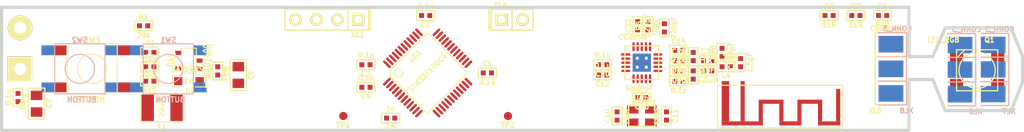
<source format=kicad_pcb>
(kicad_pcb (version 3) (host pcbnew "(2013-07-07 BZR 4022)-stable")

  (general
    (links 144)
    (no_connects 144)
    (area 45.809499 61.809499 156.190501 77.190501)
    (thickness 1.6)
    (drawings 14)
    (tracks 0)
    (zones 0)
    (modules 56)
    (nets 40)
  )

  (page A3)
  (layers
    (15 F.Cu signal)
    (0 B.Cu signal)
    (16 B.Adhes user)
    (17 F.Adhes user)
    (18 B.Paste user)
    (19 F.Paste user)
    (20 B.SilkS user)
    (21 F.SilkS user)
    (22 B.Mask user)
    (23 F.Mask user)
    (24 Dwgs.User user)
    (25 Cmts.User user)
    (26 Eco1.User user)
    (27 Eco2.User user)
    (28 Edge.Cuts user)
  )

  (setup
    (last_trace_width 0.2)
    (trace_clearance 0.2)
    (zone_clearance 0.508)
    (zone_45_only no)
    (trace_min 0.2)
    (segment_width 0.15)
    (edge_width 0.381)
    (via_size 0.9)
    (via_drill 0.4)
    (via_min_size 0.889)
    (via_min_drill 0.4)
    (uvia_size 0.508)
    (uvia_drill 0.127)
    (uvias_allowed no)
    (uvia_min_size 0.508)
    (uvia_min_drill 0.127)
    (pcb_text_width 0.3048)
    (pcb_text_size 1.524 2.032)
    (mod_edge_width 0.15)
    (mod_text_size 1.524 1.524)
    (mod_text_width 0.3048)
    (pad_size 1.6 1.1)
    (pad_drill 0)
    (pad_to_mask_clearance 0.1)
    (aux_axis_origin 0 0)
    (visible_elements 7FFFFBFF)
    (pcbplotparams
      (layerselection 3178497)
      (usegerberextensions true)
      (excludeedgelayer true)
      (linewidth 0.150000)
      (plotframeref false)
      (viasonmask false)
      (mode 1)
      (useauxorigin false)
      (hpglpennumber 1)
      (hpglpenspeed 20)
      (hpglpendiameter 15)
      (hpglpenoverlay 2)
      (psnegative false)
      (psa4output false)
      (plotreference true)
      (plotvalue true)
      (plotothertext true)
      (plotinvisibletext false)
      (padsonsilk false)
      (subtractmaskfromsilk false)
      (outputformat 1)
      (mirror false)
      (drillshape 1)
      (scaleselection 1)
      (outputdirectory ""))
  )

  (net 0 "")
  (net 1 +3.3V)
  (net 2 /Ant1)
  (net 3 /Ant2)
  (net 4 /BATT)
  (net 5 /BTN_DOWN)
  (net 6 /BTN_TX)
  (net 7 /BTN_UP)
  (net 8 /CC_CS)
  (net 9 /CC_GDO0)
  (net 10 /CC_MISO)
  (net 11 /CC_MOSI)
  (net 12 /CC_SCK)
  (net 13 /LED_B)
  (net 14 /LED_G)
  (net 15 /LED_R)
  (net 16 /Lout)
  (net 17 /SWCLK)
  (net 18 /SWDIO)
  (net 19 /WKUP)
  (net 20 GND)
  (net 21 N-000001)
  (net 22 N-0000011)
  (net 23 N-000002)
  (net 24 N-0000023)
  (net 25 N-0000024)
  (net 26 N-0000025)
  (net 27 N-0000026)
  (net 28 N-0000027)
  (net 29 N-0000028)
  (net 30 N-0000029)
  (net 31 N-000003)
  (net 32 N-0000030)
  (net 33 N-0000031)
  (net 34 N-0000032)
  (net 35 N-0000033)
  (net 36 N-0000034)
  (net 37 N-0000035)
  (net 38 N-0000036)
  (net 39 N-0000037)

  (net_class Default "This is the default net class."
    (clearance 0.2)
    (trace_width 0.2)
    (via_dia 0.9)
    (via_drill 0.4)
    (uvia_dia 0.508)
    (uvia_drill 0.127)
    (add_net "")
    (add_net /Ant1)
    (add_net /Ant2)
    (add_net /BTN_DOWN)
    (add_net /BTN_TX)
    (add_net /BTN_UP)
    (add_net /CC_CS)
    (add_net /CC_GDO0)
    (add_net /CC_MISO)
    (add_net /CC_MOSI)
    (add_net /CC_SCK)
    (add_net /LED_B)
    (add_net /LED_G)
    (add_net /LED_R)
    (add_net /SWCLK)
    (add_net /SWDIO)
    (add_net /WKUP)
    (add_net N-000001)
    (add_net N-0000011)
    (add_net N-000002)
    (add_net N-0000023)
    (add_net N-0000024)
    (add_net N-0000025)
    (add_net N-0000026)
    (add_net N-0000027)
    (add_net N-0000028)
    (add_net N-0000029)
    (add_net N-000003)
    (add_net N-0000030)
    (add_net N-0000031)
    (add_net N-0000032)
    (add_net N-0000033)
    (add_net N-0000034)
    (add_net N-0000035)
    (add_net N-0000036)
    (add_net N-0000037)
  )

  (net_class Wide ""
    (clearance 0.2)
    (trace_width 0.5)
    (via_dia 0.9)
    (via_drill 0.4)
    (uvia_dia 0.508)
    (uvia_drill 0.127)
    (add_net +3.3V)
    (add_net /BATT)
    (add_net /Lout)
    (add_net GND)
  )

  (module TESTPOINT_1MM (layer F.Cu) (tedit 4CE9A986) (tstamp 54F5FA67)
    (at 107.5 75.25)
    (path /4E47AFD0)
    (fp_text reference TP2 (at 0 1.09982) (layer F.SilkS)
      (effects (font (size 0.635 0.635) (thickness 0.16002)))
    )
    (fp_text value TESTPOINT (at 0 -0.89916) (layer F.SilkS) hide
      (effects (font (size 0.127 0.127) (thickness 0.00254)))
    )
    (pad 1 smd circle (at 0 0) (size 1.00076 1.524)
      (layers F.Cu F.Paste F.Mask)
      (net 9 /CC_GDO0)
    )
  )

  (module TESTPOINT_1MM (layer F.Cu) (tedit 4CE9A986) (tstamp 54F5FA6C)
    (at 87.5 75.25)
    (path /51E1A697)
    (fp_text reference TP1 (at 0 1.09982) (layer F.SilkS)
      (effects (font (size 0.635 0.635) (thickness 0.16002)))
    )
    (fp_text value TESTPOINT (at 0 -0.89916) (layer F.SilkS) hide
      (effects (font (size 0.127 0.127) (thickness 0.00254)))
    )
    (pad 1 smd circle (at 0 0) (size 1.00076 1.524)
      (layers F.Cu F.Paste F.Mask)
      (net 36 N-0000034)
    )
  )

  (module SOT23-5 (layer F.Cu) (tedit 4FFB44DF) (tstamp 54F5FA79)
    (at 68.75 68.5 90)
    (descr SOT23-5)
    (path /54EA259E)
    (attr smd)
    (fp_text reference DA1 (at 0.09906 -2.10058 90) (layer F.SilkS)
      (effects (font (size 1.00076 0.59944) (thickness 0.14986)))
    )
    (fp_text value NCP1400 (at 0 2.30124 90) (layer F.SilkS)
      (effects (font (size 1.00076 0.59944) (thickness 0.14986)))
    )
    (fp_line (start 1.524 -0.889) (end 1.524 0.889) (layer F.SilkS) (width 0.127))
    (fp_line (start 1.524 0.889) (end -1.524 0.889) (layer F.SilkS) (width 0.127))
    (fp_line (start -1.524 0.889) (end -1.524 -0.889) (layer F.SilkS) (width 0.127))
    (fp_line (start -1.524 -0.889) (end 1.524 -0.889) (layer F.SilkS) (width 0.127))
    (pad 1 smd rect (at -0.9525 1.27 90) (size 0.508 0.762)
      (layers F.Cu F.Paste F.Mask)
      (net 1 +3.3V)
    )
    (pad 3 smd rect (at 0.9525 1.27 90) (size 0.508 0.762)
      (layers F.Cu F.Paste F.Mask)
    )
    (pad 5 smd rect (at -0.9525 -1.27 90) (size 0.508 0.762)
      (layers F.Cu F.Paste F.Mask)
      (net 16 /Lout)
    )
    (pad 2 smd rect (at 0 1.27 90) (size 0.508 0.762)
      (layers F.Cu F.Paste F.Mask)
      (net 1 +3.3V)
    )
    (pad 4 smd rect (at 0.9525 -1.27 90) (size 0.508 0.762)
      (layers F.Cu F.Paste F.Mask)
      (net 20 GND)
    )
    (model 3d\sot23-5.wrl
      (at (xyz 0 0 0))
      (scale (xyz 1 1 1))
      (rotate (xyz 0 0 0))
    )
  )

  (module RES_0402 (layer F.Cu) (tedit 5197CFCF) (tstamp 54F5FA84)
    (at 64 71)
    (path /54EA4822)
    (attr smd)
    (fp_text reference R4 (at 0 -1.1) (layer F.SilkS)
      (effects (font (size 0.59944 0.59944) (thickness 0.14986)))
    )
    (fp_text value 4k7 (at 0 1.15) (layer F.SilkS)
      (effects (font (size 0.59944 0.59944) (thickness 0.14986)))
    )
    (fp_line (start 0 -0.6) (end 1.1 -0.6) (layer F.SilkS) (width 0.15))
    (fp_line (start 1.1 -0.6) (end 1.1 0.6) (layer F.SilkS) (width 0.15))
    (fp_line (start 1.1 0.6) (end -1.1 0.6) (layer F.SilkS) (width 0.15))
    (fp_line (start -1.1 0.6) (end -1.1 -0.6) (layer F.SilkS) (width 0.15))
    (fp_line (start -1.1 -0.6) (end 0 -0.6) (layer F.SilkS) (width 0.15))
    (pad 1 smd rect (at -0.5 0) (size 0.6 0.6)
      (layers F.Cu F.Paste F.Mask)
      (net 6 /BTN_TX)
    )
    (pad 2 smd rect (at 0.5 0) (size 0.6 0.6)
      (layers F.Cu F.Paste F.Mask)
      (net 1 +3.3V)
    )
    (model 3d\r_0402.wrl
      (at (xyz 0 0 0))
      (scale (xyz 1 1 1))
      (rotate (xyz 0 0 0))
    )
  )

  (module RES_0402 (layer F.Cu) (tedit 5197CFCF) (tstamp 54F5FA8F)
    (at 64 69.25)
    (path /54EA4490)
    (attr smd)
    (fp_text reference R3 (at 0 -1.1) (layer F.SilkS)
      (effects (font (size 0.59944 0.59944) (thickness 0.14986)))
    )
    (fp_text value 4k7 (at 0 1.15) (layer F.SilkS)
      (effects (font (size 0.59944 0.59944) (thickness 0.14986)))
    )
    (fp_line (start 0 -0.6) (end 1.1 -0.6) (layer F.SilkS) (width 0.15))
    (fp_line (start 1.1 -0.6) (end 1.1 0.6) (layer F.SilkS) (width 0.15))
    (fp_line (start 1.1 0.6) (end -1.1 0.6) (layer F.SilkS) (width 0.15))
    (fp_line (start -1.1 0.6) (end -1.1 -0.6) (layer F.SilkS) (width 0.15))
    (fp_line (start -1.1 -0.6) (end 0 -0.6) (layer F.SilkS) (width 0.15))
    (pad 1 smd rect (at -0.5 0) (size 0.6 0.6)
      (layers F.Cu F.Paste F.Mask)
      (net 5 /BTN_DOWN)
    )
    (pad 2 smd rect (at 0.5 0) (size 0.6 0.6)
      (layers F.Cu F.Paste F.Mask)
      (net 1 +3.3V)
    )
    (model 3d\r_0402.wrl
      (at (xyz 0 0 0))
      (scale (xyz 1 1 1))
      (rotate (xyz 0 0 0))
    )
  )

  (module RES_0402 (layer F.Cu) (tedit 5197CFCF) (tstamp 54F5FA9A)
    (at 64 67.5)
    (path /54EA4103)
    (attr smd)
    (fp_text reference R2 (at 0 -1.1) (layer F.SilkS)
      (effects (font (size 0.59944 0.59944) (thickness 0.14986)))
    )
    (fp_text value 4k7 (at 0 1.15) (layer F.SilkS)
      (effects (font (size 0.59944 0.59944) (thickness 0.14986)))
    )
    (fp_line (start 0 -0.6) (end 1.1 -0.6) (layer F.SilkS) (width 0.15))
    (fp_line (start 1.1 -0.6) (end 1.1 0.6) (layer F.SilkS) (width 0.15))
    (fp_line (start 1.1 0.6) (end -1.1 0.6) (layer F.SilkS) (width 0.15))
    (fp_line (start -1.1 0.6) (end -1.1 -0.6) (layer F.SilkS) (width 0.15))
    (fp_line (start -1.1 -0.6) (end 0 -0.6) (layer F.SilkS) (width 0.15))
    (pad 1 smd rect (at -0.5 0) (size 0.6 0.6)
      (layers F.Cu F.Paste F.Mask)
      (net 7 /BTN_UP)
    )
    (pad 2 smd rect (at 0.5 0) (size 0.6 0.6)
      (layers F.Cu F.Paste F.Mask)
      (net 1 +3.3V)
    )
    (model 3d\r_0402.wrl
      (at (xyz 0 0 0))
      (scale (xyz 1 1 1))
      (rotate (xyz 0 0 0))
    )
  )

  (module RES_0402 (layer F.Cu) (tedit 5197CFCF) (tstamp 54F5FAA5)
    (at 63.25 64.25)
    (path /54EA39C9)
    (attr smd)
    (fp_text reference R1 (at 0 -1.1) (layer F.SilkS)
      (effects (font (size 0.59944 0.59944) (thickness 0.14986)))
    )
    (fp_text value 30k (at 0 1.15) (layer F.SilkS)
      (effects (font (size 0.59944 0.59944) (thickness 0.14986)))
    )
    (fp_line (start 0 -0.6) (end 1.1 -0.6) (layer F.SilkS) (width 0.15))
    (fp_line (start 1.1 -0.6) (end 1.1 0.6) (layer F.SilkS) (width 0.15))
    (fp_line (start 1.1 0.6) (end -1.1 0.6) (layer F.SilkS) (width 0.15))
    (fp_line (start -1.1 0.6) (end -1.1 -0.6) (layer F.SilkS) (width 0.15))
    (fp_line (start -1.1 -0.6) (end 0 -0.6) (layer F.SilkS) (width 0.15))
    (pad 1 smd rect (at -0.5 0) (size 0.6 0.6)
      (layers F.Cu F.Paste F.Mask)
      (net 19 /WKUP)
    )
    (pad 2 smd rect (at 0.5 0) (size 0.6 0.6)
      (layers F.Cu F.Paste F.Mask)
      (net 20 GND)
    )
    (model 3d\r_0402.wrl
      (at (xyz 0 0 0))
      (scale (xyz 1 1 1))
      (rotate (xyz 0 0 0))
    )
  )

  (module RES_0402 (layer F.Cu) (tedit 5197CFCF) (tstamp 54F5FAB0)
    (at 153 63)
    (path /51E1521F)
    (attr smd)
    (fp_text reference R6 (at 0 -1.1) (layer F.SilkS)
      (effects (font (size 0.59944 0.59944) (thickness 0.14986)))
    )
    (fp_text value 51R (at 0 1.15) (layer F.SilkS)
      (effects (font (size 0.59944 0.59944) (thickness 0.14986)))
    )
    (fp_line (start 0 -0.6) (end 1.1 -0.6) (layer F.SilkS) (width 0.15))
    (fp_line (start 1.1 -0.6) (end 1.1 0.6) (layer F.SilkS) (width 0.15))
    (fp_line (start 1.1 0.6) (end -1.1 0.6) (layer F.SilkS) (width 0.15))
    (fp_line (start -1.1 0.6) (end -1.1 -0.6) (layer F.SilkS) (width 0.15))
    (fp_line (start -1.1 -0.6) (end 0 -0.6) (layer F.SilkS) (width 0.15))
    (pad 1 smd rect (at -0.5 0) (size 0.6 0.6)
      (layers F.Cu F.Paste F.Mask)
      (net 15 /LED_R)
    )
    (pad 2 smd rect (at 0.5 0) (size 0.6 0.6)
      (layers F.Cu F.Paste F.Mask)
      (net 30 N-0000029)
    )
    (model 3d\r_0402.wrl
      (at (xyz 0 0 0))
      (scale (xyz 1 1 1))
      (rotate (xyz 0 0 0))
    )
  )

  (module RES_0402 (layer F.Cu) (tedit 5197CFCF) (tstamp 54F5FABB)
    (at 146.5 63)
    (path /51E15210)
    (attr smd)
    (fp_text reference R8 (at 0 -1.1) (layer F.SilkS)
      (effects (font (size 0.59944 0.59944) (thickness 0.14986)))
    )
    (fp_text value 51R (at 0 1.15) (layer F.SilkS)
      (effects (font (size 0.59944 0.59944) (thickness 0.14986)))
    )
    (fp_line (start 0 -0.6) (end 1.1 -0.6) (layer F.SilkS) (width 0.15))
    (fp_line (start 1.1 -0.6) (end 1.1 0.6) (layer F.SilkS) (width 0.15))
    (fp_line (start 1.1 0.6) (end -1.1 0.6) (layer F.SilkS) (width 0.15))
    (fp_line (start -1.1 0.6) (end -1.1 -0.6) (layer F.SilkS) (width 0.15))
    (fp_line (start -1.1 -0.6) (end 0 -0.6) (layer F.SilkS) (width 0.15))
    (pad 1 smd rect (at -0.5 0) (size 0.6 0.6)
      (layers F.Cu F.Paste F.Mask)
      (net 13 /LED_B)
    )
    (pad 2 smd rect (at 0.5 0) (size 0.6 0.6)
      (layers F.Cu F.Paste F.Mask)
      (net 32 N-0000030)
    )
    (model 3d\r_0402.wrl
      (at (xyz 0 0 0))
      (scale (xyz 1 1 1))
      (rotate (xyz 0 0 0))
    )
  )

  (module RES_0402 (layer F.Cu) (tedit 5197CFCF) (tstamp 54F5FAC6)
    (at 149.75 63)
    (path /51E15201)
    (attr smd)
    (fp_text reference R7 (at 0 -1.1) (layer F.SilkS)
      (effects (font (size 0.59944 0.59944) (thickness 0.14986)))
    )
    (fp_text value 51R (at 0 1.15) (layer F.SilkS)
      (effects (font (size 0.59944 0.59944) (thickness 0.14986)))
    )
    (fp_line (start 0 -0.6) (end 1.1 -0.6) (layer F.SilkS) (width 0.15))
    (fp_line (start 1.1 -0.6) (end 1.1 0.6) (layer F.SilkS) (width 0.15))
    (fp_line (start 1.1 0.6) (end -1.1 0.6) (layer F.SilkS) (width 0.15))
    (fp_line (start -1.1 0.6) (end -1.1 -0.6) (layer F.SilkS) (width 0.15))
    (fp_line (start -1.1 -0.6) (end 0 -0.6) (layer F.SilkS) (width 0.15))
    (pad 1 smd rect (at -0.5 0) (size 0.6 0.6)
      (layers F.Cu F.Paste F.Mask)
      (net 14 /LED_G)
    )
    (pad 2 smd rect (at 0.5 0) (size 0.6 0.6)
      (layers F.Cu F.Paste F.Mask)
      (net 29 N-0000028)
    )
    (model 3d\r_0402.wrl
      (at (xyz 0 0 0))
      (scale (xyz 1 1 1))
      (rotate (xyz 0 0 0))
    )
  )

  (module RES_0402 (layer F.Cu) (tedit 5197CFCF) (tstamp 54F5FAD1)
    (at 124.5 64.25 90)
    (path /4BE7D9B0)
    (attr smd)
    (fp_text reference R5 (at 0 -1.1 90) (layer F.SilkS)
      (effects (font (size 0.59944 0.59944) (thickness 0.14986)))
    )
    (fp_text value 56k (at 0 1.15 90) (layer F.SilkS)
      (effects (font (size 0.59944 0.59944) (thickness 0.14986)))
    )
    (fp_line (start 0 -0.6) (end 1.1 -0.6) (layer F.SilkS) (width 0.15))
    (fp_line (start 1.1 -0.6) (end 1.1 0.6) (layer F.SilkS) (width 0.15))
    (fp_line (start 1.1 0.6) (end -1.1 0.6) (layer F.SilkS) (width 0.15))
    (fp_line (start -1.1 0.6) (end -1.1 -0.6) (layer F.SilkS) (width 0.15))
    (fp_line (start -1.1 -0.6) (end 0 -0.6) (layer F.SilkS) (width 0.15))
    (pad 1 smd rect (at -0.5 0 90) (size 0.6 0.6)
      (layers F.Cu F.Paste F.Mask)
      (net 23 N-000002)
    )
    (pad 2 smd rect (at 0.5 0 90) (size 0.6 0.6)
      (layers F.Cu F.Paste F.Mask)
      (net 20 GND)
    )
    (model 3d\r_0402.wrl
      (at (xyz 0 0 0))
      (scale (xyz 1 1 1))
      (rotate (xyz 0 0 0))
    )
  )

  (module QFN20 (layer F.Cu) (tedit 51A05F1F) (tstamp 54F5FAF2)
    (at 123.75 68.75)
    (path /4BE7D8B1)
    (fp_text reference DD2 (at -1.04902 3.0988) (layer F.SilkS)
      (effects (font (size 0.6 0.6) (thickness 0.15)))
    )
    (fp_text value CC2500 (at -1.09982 -3.1496) (layer F.SilkS)
      (effects (font (size 0.6 0.6) (thickness 0.15)))
    )
    (fp_line (start -2.04978 -1.39954) (end -1.39954 -2.04978) (layer F.SilkS) (width 0.15))
    (fp_line (start -2.04978 -2.04978) (end 2.04978 -2.04978) (layer F.SilkS) (width 0.15))
    (fp_line (start 2.04978 -2.04978) (end 2.04978 2.04978) (layer F.SilkS) (width 0.15))
    (fp_line (start 2.04978 2.04978) (end -2.04978 2.04978) (layer F.SilkS) (width 0.15))
    (fp_line (start -2.04978 2.04978) (end -2.04978 -2.04978) (layer F.SilkS) (width 0.15))
    (pad 1 smd rect (at -1.95 -1) (size 1.1 0.28)
      (layers F.Cu F.Paste F.Mask)
      (net 12 /CC_SCK)
    )
    (pad 2 smd oval (at -1.95 -0.5) (size 1.1 0.28)
      (layers F.Cu F.Paste F.Mask)
      (net 10 /CC_MISO)
    )
    (pad 3 smd oval (at -1.95 0) (size 1.1 0.28)
      (layers F.Cu F.Paste F.Mask)
    )
    (pad 4 smd oval (at -1.95 0.5) (size 1.1 0.28)
      (layers F.Cu F.Paste F.Mask)
      (net 1 +3.3V)
    )
    (pad 5 smd oval (at -1.95 1) (size 1.1 0.28)
      (layers F.Cu F.Paste F.Mask)
      (net 21 N-000001)
    )
    (pad 6 smd oval (at -1 1.95 90) (size 1.1 0.28)
      (layers F.Cu F.Paste F.Mask)
      (net 9 /CC_GDO0)
    )
    (pad 7 smd oval (at -0.5 1.95 90) (size 1.1 0.28)
      (layers F.Cu F.Paste F.Mask)
      (net 8 /CC_CS)
    )
    (pad 8 smd oval (at 0 1.95 90) (size 1.1 0.28)
      (layers F.Cu F.Paste F.Mask)
      (net 39 N-0000037)
    )
    (pad 9 smd oval (at 0.5 1.95 90) (size 1.1 0.28)
      (layers F.Cu F.Paste F.Mask)
      (net 1 +3.3V)
    )
    (pad 10 smd oval (at 1 1.95 90) (size 1.1 0.28)
      (layers F.Cu F.Paste F.Mask)
      (net 38 N-0000036)
    )
    (pad 11 smd oval (at 1.95 1 180) (size 1.1 0.28)
      (layers F.Cu F.Paste F.Mask)
      (net 1 +3.3V)
    )
    (pad 12 smd oval (at 1.95 0.5 180) (size 1.1 0.28)
      (layers F.Cu F.Paste F.Mask)
      (net 2 /Ant1)
    )
    (pad 13 smd oval (at 1.95 0 180) (size 1.1 0.28)
      (layers F.Cu F.Paste F.Mask)
      (net 3 /Ant2)
    )
    (pad 14 smd oval (at 1.95 -0.5 180) (size 1.1 0.28)
      (layers F.Cu F.Paste F.Mask)
      (net 1 +3.3V)
    )
    (pad 15 smd oval (at 1.95 -1 180) (size 1.1 0.28)
      (layers F.Cu F.Paste F.Mask)
      (net 1 +3.3V)
    )
    (pad 16 smd oval (at 1 -1.95 90) (size 1.1 0.28)
      (layers F.Cu F.Paste F.Mask)
      (net 20 GND)
    )
    (pad 17 smd oval (at 0.5 -1.95 90) (size 1.1 0.28)
      (layers F.Cu F.Paste F.Mask)
      (net 23 N-000002)
    )
    (pad 18 smd oval (at 0 -1.95 90) (size 1.1 0.28)
      (layers F.Cu F.Paste F.Mask)
      (net 1 +3.3V)
    )
    (pad 19 smd oval (at -0.5 -1.95 90) (size 1.1 0.28)
      (layers F.Cu F.Paste F.Mask)
      (net 20 GND)
    )
    (pad 20 smd oval (at -1 -1.95 90) (size 1.1 0.28)
      (layers F.Cu F.Paste F.Mask)
      (net 11 /CC_MOSI)
    )
    (pad PAD thru_hole rect (at -0.55 -0.55) (size 1.1 1.1) (drill 0.4)
      (layers *.Cu F.Mask)
      (net 20 GND)
    )
    (pad PAD thru_hole rect (at 0.55 -0.55) (size 1.1 1.1) (drill 0.4)
      (layers *.Cu F.Mask)
      (net 20 GND)
    )
    (pad PAD thru_hole rect (at -0.55 0.55) (size 1.1 1.1) (drill 0.4)
      (layers *.Cu F.Mask)
      (net 20 GND)
    )
    (pad PAD thru_hole rect (at 0.55 0.55) (size 1.1 1.1) (drill 0.4)
      (layers *.Cu F.Mask)
      (net 20 GND)
    )
    (model 3d\qfn20.wrl
      (at (xyz 0 0 0))
      (scale (xyz 1 1 1))
      (rotate (xyz 0 0 90))
    )
  )

  (module LQFP48 (layer F.Cu) (tedit 54F63304) (tstamp 54F5FB2C)
    (at 97.75 70 45)
    (path /51E1945E)
    (fp_text reference DD1 (at 0.39878 -2.49936 45) (layer F.SilkS)
      (effects (font (size 0.59944 0.59944) (thickness 0.14986)))
    )
    (fp_text value STM32F100C4 (at 0 0 45) (layer F.SilkS)
      (effects (font (size 0.59944 0.59944) (thickness 0.14986)))
    )
    (fp_line (start 3.39852 3.44932) (end -3.50012 3.44932) (layer F.SilkS) (width 0.127))
    (fp_line (start -3.50012 3.44932) (end -3.50012 -2.99974) (layer F.SilkS) (width 0.127))
    (fp_line (start -3.44932 -2.99974) (end -2.99974 -3.44932) (layer F.SilkS) (width 0.127))
    (fp_line (start -2.99974 -3.44932) (end 3.44932 -3.44932) (layer F.SilkS) (width 0.127))
    (fp_line (start 3.44932 -3.44932) (end 3.44932 3.40106) (layer F.SilkS) (width 0.127))
    (fp_circle (center -2.49936 -2.49936) (end -1.99898 -2.49936) (layer F.SilkS) (width 0.127))
    (pad 1 smd rect (at -4.24942 -2.75082 45) (size 1.19888 0.29972)
      (layers F.Cu F.Paste F.Mask)
      (net 1 +3.3V)
    )
    (pad 2 smd oval (at -4.24942 -2.25298 45) (size 1.19888 0.29972)
      (layers F.Cu F.Paste F.Mask)
    )
    (pad 3 smd oval (at -4.24942 -1.7526 45) (size 1.19888 0.29972)
      (layers F.Cu F.Paste F.Mask)
    )
    (pad 4 smd oval (at -4.24942 -1.25222 45) (size 1.19888 0.29972)
      (layers F.Cu F.Paste F.Mask)
    )
    (pad 5 smd oval (at -4.24942 -0.75184 45) (size 1.19888 0.29972)
      (layers F.Cu F.Paste F.Mask)
    )
    (pad 6 smd oval (at -4.24942 -0.25146 45) (size 1.19888 0.29972)
      (layers F.Cu F.Paste F.Mask)
    )
    (pad 7 smd oval (at -4.24942 0.24892 45) (size 1.19888 0.29972)
      (layers F.Cu F.Paste F.Mask)
      (net 36 N-0000034)
    )
    (pad 8 smd oval (at -4.24942 0.7493 45) (size 1.19888 0.29972)
      (layers F.Cu F.Paste F.Mask)
      (net 20 GND)
    )
    (pad 9 smd oval (at -4.24942 1.24714 45) (size 1.19888 0.29972)
      (layers F.Cu F.Paste F.Mask)
      (net 1 +3.3V)
    )
    (pad 10 smd oval (at -4.24942 1.74752 45) (size 1.19888 0.29972)
      (layers F.Cu F.Paste F.Mask)
      (net 19 /WKUP)
    )
    (pad 11 smd oval (at -4.24942 2.2479 45) (size 1.19888 0.29972)
      (layers F.Cu F.Paste F.Mask)
      (net 6 /BTN_TX)
    )
    (pad 12 smd oval (at -4.25196 2.74828 45) (size 1.19888 0.29972)
      (layers F.Cu F.Paste F.Mask)
    )
    (pad 13 smd oval (at -2.74574 4.24942 135) (size 1.19888 0.29972)
      (layers F.Cu F.Paste F.Mask)
      (net 8 /CC_CS)
    )
    (pad 14 smd oval (at -2.2479 4.24942 135) (size 1.19888 0.29972)
      (layers F.Cu F.Paste F.Mask)
      (net 9 /CC_GDO0)
    )
    (pad 15 smd oval (at -1.74752 4.24942 135) (size 1.19888 0.29972)
      (layers F.Cu F.Paste F.Mask)
      (net 12 /CC_SCK)
    )
    (pad 16 smd oval (at -1.24714 4.24942 135) (size 1.19888 0.29972)
      (layers F.Cu F.Paste F.Mask)
      (net 10 /CC_MISO)
    )
    (pad 17 smd oval (at -0.74676 4.24942 135) (size 1.19888 0.29972)
      (layers F.Cu F.Paste F.Mask)
      (net 11 /CC_MOSI)
    )
    (pad 18 smd oval (at -0.24638 4.24942 135) (size 1.19888 0.29972)
      (layers F.Cu F.Paste F.Mask)
      (net 15 /LED_R)
    )
    (pad 19 smd oval (at 0.254 4.24942 135) (size 1.19888 0.29972)
      (layers F.Cu F.Paste F.Mask)
      (net 14 /LED_G)
    )
    (pad 20 smd oval (at 0.75184 4.24942 135) (size 1.19888 0.29972)
      (layers F.Cu F.Paste F.Mask)
    )
    (pad 21 smd oval (at 1.25222 4.24942 135) (size 1.19888 0.29972)
      (layers F.Cu F.Paste F.Mask)
    )
    (pad 22 smd oval (at 1.7526 4.24942 135) (size 1.19888 0.29972)
      (layers F.Cu F.Paste F.Mask)
    )
    (pad 23 smd oval (at 2.25044 4.24942 135) (size 1.19888 0.29972)
      (layers F.Cu F.Paste F.Mask)
      (net 20 GND)
    )
    (pad 24 smd oval (at 2.75082 4.24942 135) (size 1.19888 0.29972)
      (layers F.Cu F.Paste F.Mask)
      (net 1 +3.3V)
    )
    (pad 25 smd oval (at 4.25196 2.75082 45) (size 1.19888 0.29972)
      (layers F.Cu F.Paste F.Mask)
    )
    (pad 26 smd oval (at 4.25196 2.25044 45) (size 1.19888 0.29972)
      (layers F.Cu F.Paste F.Mask)
    )
    (pad 27 smd oval (at 4.25196 1.75006 45) (size 1.19888 0.29972)
      (layers F.Cu F.Paste F.Mask)
    )
    (pad 28 smd oval (at 4.25196 1.24968 45) (size 1.19888 0.29972)
      (layers F.Cu F.Paste F.Mask)
    )
    (pad 29 smd oval (at 4.25196 0.7493 45) (size 1.19888 0.29972)
      (layers F.Cu F.Paste F.Mask)
    )
    (pad 30 smd oval (at 4.25196 0.24892 45) (size 1.19888 0.29972)
      (layers F.Cu F.Paste F.Mask)
      (net 31 N-000003)
    )
    (pad 31 smd oval (at 4.25196 -0.25146 45) (size 1.19888 0.29972)
      (layers F.Cu F.Paste F.Mask)
    )
    (pad 32 smd oval (at 4.25196 -0.7493 45) (size 1.19888 0.29972)
      (layers F.Cu F.Paste F.Mask)
    )
    (pad 33 smd oval (at 4.25196 -1.24968 45) (size 1.19888 0.29972)
      (layers F.Cu F.Paste F.Mask)
    )
    (pad 34 smd oval (at 4.25196 -1.75006 45) (size 1.19888 0.29972)
      (layers F.Cu F.Paste F.Mask)
      (net 18 /SWDIO)
    )
    (pad 35 smd oval (at 4.25196 -2.25044 45) (size 1.19888 0.29972)
      (layers F.Cu F.Paste F.Mask)
      (net 20 GND)
    )
    (pad 36 smd oval (at 4.25196 -2.75082 45) (size 1.19888 0.29972)
      (layers F.Cu F.Paste F.Mask)
      (net 1 +3.3V)
    )
    (pad 37 smd oval (at 2.75082 -4.24942 135) (size 1.19888 0.29972)
      (layers F.Cu F.Paste F.Mask)
      (net 17 /SWCLK)
    )
    (pad 38 smd oval (at 2.25044 -4.24942 135) (size 1.19888 0.29972)
      (layers F.Cu F.Paste F.Mask)
    )
    (pad 39 smd oval (at 1.75006 -4.24942 135) (size 1.19888 0.29972)
      (layers F.Cu F.Paste F.Mask)
    )
    (pad 40 smd oval (at 1.24968 -4.24942 135) (size 1.19888 0.29972)
      (layers F.Cu F.Paste F.Mask)
      (net 13 /LED_B)
    )
    (pad 41 smd oval (at 0.7493 -4.24942 135) (size 1.19888 0.29972)
      (layers F.Cu F.Paste F.Mask)
    )
    (pad 42 smd oval (at 0.24892 -4.24942 135) (size 1.19888 0.29972)
      (layers F.Cu F.Paste F.Mask)
      (net 7 /BTN_UP)
    )
    (pad 43 smd oval (at -0.24892 -4.24942 135) (size 1.19888 0.29972)
      (layers F.Cu F.Paste F.Mask)
      (net 5 /BTN_DOWN)
    )
    (pad 44 smd oval (at -0.7493 -4.24942 135) (size 1.19888 0.29972)
      (layers F.Cu F.Paste F.Mask)
      (net 20 GND)
    )
    (pad 45 smd oval (at -1.24968 -4.24942 135) (size 1.19888 0.29972)
      (layers F.Cu F.Paste F.Mask)
    )
    (pad 46 smd oval (at -1.75006 -4.24942 135) (size 1.19888 0.29972)
      (layers F.Cu F.Paste F.Mask)
    )
    (pad 47 smd oval (at -2.25044 -4.24942 135) (size 1.19888 0.29972)
      (layers F.Cu F.Paste F.Mask)
      (net 20 GND)
    )
    (pad 48 smd oval (at -2.75082 -4.24942 135) (size 1.19888 0.29972)
      (layers F.Cu F.Paste F.Mask)
      (net 1 +3.3V)
    )
    (model 3d\lqfp-48.wrl
      (at (xyz 0 0 0))
      (scale (xyz 1 1 1))
      (rotate (xyz 0 0 90))
    )
  )

  (module IND_1812 (layer F.Cu) (tedit 5002643E) (tstamp 54F5FB46)
    (at 65.5 74.25 180)
    (path /54EA25AD)
    (fp_text reference L1 (at 0 -2.30124 180) (layer F.SilkS)
      (effects (font (size 0.59944 0.59944) (thickness 0.14986)))
    )
    (fp_text value 22uH (at 0.12954 0.07874 270) (layer F.SilkS)
      (effects (font (size 0.59944 0.59944) (thickness 0.14986)))
    )
    (fp_line (start -2.60096 -1.69926) (end 2.60096 -1.69926) (layer F.SilkS) (width 0.14986))
    (fp_line (start 2.60096 -1.69926) (end 2.60096 1.69926) (layer F.SilkS) (width 0.14986))
    (fp_line (start 2.60096 1.69926) (end -2.60096 1.69926) (layer F.SilkS) (width 0.14986))
    (fp_line (start -2.60096 1.69926) (end -2.60096 -1.69926) (layer F.SilkS) (width 0.14986))
    (pad 1 smd rect (at -1.75006 0 180) (size 1.50114 3.2004)
      (layers F.Cu F.Paste F.Mask)
      (net 16 /Lout)
    )
    (pad 2 smd rect (at 1.75006 0 180) (size 1.50114 3.2004)
      (layers F.Cu F.Paste F.Mask)
      (net 4 /BATT)
    )
    (model 3d\c_1812.wrl
      (at (xyz 0 0 0))
      (scale (xyz 1 1 1))
      (rotate (xyz 0 0 0))
    )
  )

  (module IND_0402 (layer F.Cu) (tedit 5197CF07) (tstamp 54F5FB51)
    (at 131.75 69.75)
    (path /51E1A976)
    (attr smd)
    (fp_text reference L3 (at 0 -1.1) (layer F.SilkS)
      (effects (font (size 0.6 0.6) (thickness 0.15)))
    )
    (fp_text value 1.2nH (at 0 1.15) (layer F.SilkS)
      (effects (font (size 0.6 0.6) (thickness 0.15)))
    )
    (fp_line (start 0 -0.6) (end 1.1 -0.6) (layer F.SilkS) (width 0.15))
    (fp_line (start 1.1 -0.6) (end 1.1 0.6) (layer F.SilkS) (width 0.15))
    (fp_line (start 1.1 0.6) (end -1.1 0.6) (layer F.SilkS) (width 0.15))
    (fp_line (start -1.1 0.6) (end -1.1 -0.6) (layer F.SilkS) (width 0.15))
    (fp_line (start -1.1 -0.6) (end 0 -0.6) (layer F.SilkS) (width 0.15))
    (pad 1 smd rect (at -0.5 0) (size 0.6 0.6)
      (layers F.Cu F.Paste F.Mask)
      (net 22 N-0000011)
    )
    (pad 2 smd rect (at 0.5 0) (size 0.6 0.6)
      (layers F.Cu F.Paste F.Mask)
      (net 34 N-0000032)
    )
    (model 3d\r_0402.wrl
      (at (xyz 0 0 0))
      (scale (xyz 1 1 1))
      (rotate (xyz 0 0 0))
    )
  )

  (module IND_0402 (layer F.Cu) (tedit 5197CF07) (tstamp 54F5FB5C)
    (at 130 68 270)
    (path /51E1A94D)
    (attr smd)
    (fp_text reference L2 (at 0 -1.1 270) (layer F.SilkS)
      (effects (font (size 0.6 0.6) (thickness 0.15)))
    )
    (fp_text value 1.2nH (at 0 1.15 270) (layer F.SilkS)
      (effects (font (size 0.6 0.6) (thickness 0.15)))
    )
    (fp_line (start 0 -0.6) (end 1.1 -0.6) (layer F.SilkS) (width 0.15))
    (fp_line (start 1.1 -0.6) (end 1.1 0.6) (layer F.SilkS) (width 0.15))
    (fp_line (start 1.1 0.6) (end -1.1 0.6) (layer F.SilkS) (width 0.15))
    (fp_line (start -1.1 0.6) (end -1.1 -0.6) (layer F.SilkS) (width 0.15))
    (fp_line (start -1.1 -0.6) (end 0 -0.6) (layer F.SilkS) (width 0.15))
    (pad 1 smd rect (at -0.5 0 270) (size 0.6 0.6)
      (layers F.Cu F.Paste F.Mask)
      (net 20 GND)
    )
    (pad 2 smd rect (at 0.5 0 270) (size 0.6 0.6)
      (layers F.Cu F.Paste F.Mask)
      (net 35 N-0000033)
    )
    (model 3d\r_0402.wrl
      (at (xyz 0 0 0))
      (scale (xyz 1 1 1))
      (rotate (xyz 0 0 0))
    )
  )

  (module IND_0402 (layer F.Cu) (tedit 5197CF07) (tstamp 54F5FB67)
    (at 134 69.25 180)
    (path /51E1B0D0)
    (attr smd)
    (fp_text reference L4 (at 0 -1.1 180) (layer F.SilkS)
      (effects (font (size 0.6 0.6) (thickness 0.15)))
    )
    (fp_text value 1.2nH (at 0 1.15 180) (layer F.SilkS)
      (effects (font (size 0.6 0.6) (thickness 0.15)))
    )
    (fp_line (start 0 -0.6) (end 1.1 -0.6) (layer F.SilkS) (width 0.15))
    (fp_line (start 1.1 -0.6) (end 1.1 0.6) (layer F.SilkS) (width 0.15))
    (fp_line (start 1.1 0.6) (end -1.1 0.6) (layer F.SilkS) (width 0.15))
    (fp_line (start -1.1 0.6) (end -1.1 -0.6) (layer F.SilkS) (width 0.15))
    (fp_line (start -1.1 -0.6) (end 0 -0.6) (layer F.SilkS) (width 0.15))
    (pad 1 smd rect (at -0.5 0 180) (size 0.6 0.6)
      (layers F.Cu F.Paste F.Mask)
      (net 37 N-0000035)
    )
    (pad 2 smd rect (at 0.5 0 180) (size 0.6 0.6)
      (layers F.Cu F.Paste F.Mask)
      (net 22 N-0000011)
    )
    (model 3d\r_0402.wrl
      (at (xyz 0 0 0))
      (scale (xyz 1 1 1))
      (rotate (xyz 0 0 0))
    )
  )

  (module DIODE_SOD323 (layer F.Cu) (tedit 5047C55B) (tstamp 54F5FB7A)
    (at 68.75 71 180)
    (path /54EA2E1C)
    (attr smd)
    (fp_text reference D1 (at -0.14986 -1.24968 180) (layer F.SilkS)
      (effects (font (size 0.59944 0.59944) (thickness 0.14986)))
    )
    (fp_text value BAT54WS (at 0.20066 1.45034 180) (layer F.SilkS)
      (effects (font (size 0.59944 0.59944) (thickness 0.14986)))
    )
    (fp_line (start -0.381 0.381) (end -0.381 -0.381) (layer F.SilkS) (width 0.14986))
    (fp_line (start 0.381 0) (end 0.381 -0.381) (layer F.SilkS) (width 0.14986))
    (fp_line (start 0.381 -0.381) (end -0.381 0) (layer F.SilkS) (width 0.14986))
    (fp_line (start -0.381 0) (end 0.381 0.381) (layer F.SilkS) (width 0.14986))
    (fp_line (start 0.381 0.381) (end 0.381 0) (layer F.SilkS) (width 0.14986))
    (fp_line (start -1.99898 -0.70104) (end -2.10058 -0.70104) (layer F.SilkS) (width 0.127))
    (fp_line (start -2.10058 -0.70104) (end -2.10058 0.70104) (layer F.SilkS) (width 0.254))
    (fp_line (start -2.10058 0.70104) (end -1.99898 0.70104) (layer F.SilkS) (width 0.127))
    (fp_line (start -0.8001 -0.70104) (end -1.99898 -0.70104) (layer F.SilkS) (width 0.127))
    (fp_line (start -1.99898 0.70104) (end -0.8001 0.70104) (layer F.SilkS) (width 0.127))
    (fp_line (start 0.8001 -0.70104) (end 1.99898 -0.70104) (layer F.SilkS) (width 0.127))
    (fp_line (start 1.99898 -0.70104) (end 1.99898 0.70104) (layer F.SilkS) (width 0.127))
    (fp_line (start 1.99898 0.70104) (end 0.8001 0.70104) (layer F.SilkS) (width 0.127))
    (pad C smd rect (at -1.30048 0 180) (size 1.00076 1.00076)
      (layers F.Cu F.Paste F.Mask)
      (net 1 +3.3V)
    )
    (pad A smd rect (at 1.30048 0 180) (size 1.00076 1.00076)
      (layers F.Cu F.Paste F.Mask)
      (net 16 /Lout)
    )
    (model smd/chip_cms.wrl
      (at (xyz 0 0 0))
      (scale (xyz 0.17 0.16 0.16))
      (rotate (xyz 0 0 0))
    )
  )

  (module CRYSTAL_03225C4 (layer F.Cu) (tedit 51E19CE5) (tstamp 54F5FB86)
    (at 123.75 75.25)
    (path /51E1A3DF)
    (attr smd)
    (fp_text reference XTAL1 (at 0 -2.54) (layer F.SilkS)
      (effects (font (size 0.59944 0.59944) (thickness 0.14986)))
    )
    (fp_text value 27MHz (at 0.20066 -1.75006) (layer F.SilkS)
      (effects (font (size 0.59944 0.59944) (thickness 0.14986)))
    )
    (fp_line (start 1.6002 -1.24968) (end 1.6002 1.24968) (layer F.SilkS) (width 0.14986))
    (fp_line (start 1.6002 1.24968) (end -1.6002 1.24968) (layer F.SilkS) (width 0.14986))
    (fp_line (start -1.6002 1.24968) (end -1.6002 -1.24968) (layer F.SilkS) (width 0.14986))
    (fp_line (start -1.6002 -1.24968) (end 1.6002 -1.24968) (layer F.SilkS) (width 0.14986))
    (pad 1 smd rect (at -1.1 0.8) (size 1.4 1)
      (layers F.Cu F.Paste F.Mask)
      (net 39 N-0000037)
    )
    (pad H smd rect (at 1.1 0.8) (size 1.4 1)
      (layers F.Cu F.Paste F.Mask)
      (net 20 GND)
    )
    (pad 2 smd rect (at 1.1 -0.8) (size 1.4 1)
      (layers F.Cu F.Paste F.Mask)
      (net 38 N-0000036)
    )
    (pad H smd rect (at -1.1 -0.8) (size 1.4 1)
      (layers F.Cu F.Paste F.Mask)
      (net 20 GND)
    )
    (model D:/Electronix/KiCADLibs/Wings/Crystal_kx-13.wrl
      (at (xyz 0 0 0))
      (scale (xyz 0.38 0.38 0.38))
      (rotate (xyz 0 0 0))
    )
  )

  (module CONN_SOLDER3 (layer B.Cu) (tedit 51E18D27) (tstamp 54F5FB92)
    (at 160.9 69.6 180)
    (descr "Connector to solder PCBs together")
    (path /51E14C4D)
    (fp_text reference XL6 (at -3.4 -5.1 180) (layer B.SilkS)
      (effects (font (size 0.6 0.6) (thickness 0.15)) (justify mirror))
    )
    (fp_text value CONN_3 (at -2.3 4.9 180) (layer B.SilkS)
      (effects (font (size 0.6 0.6) (thickness 0.15)) (justify mirror))
    )
    (fp_line (start -3.4 1.5) (end 0 1.5) (layer B.SilkS) (width 0.15))
    (fp_line (start -3.4 -1.5) (end 0 -1.5) (layer B.SilkS) (width 0.15))
    (fp_line (start 0 4.4) (end -3.4 4.4) (layer B.SilkS) (width 0.15))
    (fp_line (start -3.4 4.4) (end -3.4 -4.4) (layer B.SilkS) (width 0.15))
    (fp_line (start -3.4 -4.4) (end 0 -4.4) (layer B.SilkS) (width 0.15))
    (pad 1 smd rect (at -1.5 3 180) (size 3 2)
      (layers B.Cu B.Paste B.Mask)
      (net 28 N-0000027)
    )
    (pad 2 smd rect (at -1.5 0 180) (size 3 2)
      (layers B.Cu B.Paste B.Mask)
      (net 27 N-0000026)
    )
    (pad 3 smd rect (at -1.5 -3 180) (size 3 2)
      (layers B.Cu B.Paste B.Mask)
      (net 24 N-0000023)
    )
  )

  (module CONN_SOLDER3 (layer B.Cu) (tedit 51E18D27) (tstamp 54F5FB9E)
    (at 164.925 69.575 180)
    (descr "Connector to solder PCBs together")
    (path /51E14C5C)
    (fp_text reference XL7 (at -3.4 -5.1 180) (layer B.SilkS)
      (effects (font (size 0.6 0.6) (thickness 0.15)) (justify mirror))
    )
    (fp_text value CONN_3 (at -2.3 4.9 180) (layer B.SilkS)
      (effects (font (size 0.6 0.6) (thickness 0.15)) (justify mirror))
    )
    (fp_line (start -3.4 1.5) (end 0 1.5) (layer B.SilkS) (width 0.15))
    (fp_line (start -3.4 -1.5) (end 0 -1.5) (layer B.SilkS) (width 0.15))
    (fp_line (start 0 4.4) (end -3.4 4.4) (layer B.SilkS) (width 0.15))
    (fp_line (start -3.4 4.4) (end -3.4 -4.4) (layer B.SilkS) (width 0.15))
    (fp_line (start -3.4 -4.4) (end 0 -4.4) (layer B.SilkS) (width 0.15))
    (pad 1 smd rect (at -1.5 3 180) (size 3 2)
      (layers B.Cu B.Paste B.Mask)
      (net 25 N-0000024)
    )
    (pad 2 smd rect (at -1.5 0 180) (size 3 2)
      (layers B.Cu B.Paste B.Mask)
      (net 33 N-0000031)
    )
    (pad 3 smd rect (at -1.5 -3 180) (size 3 2)
      (layers B.Cu B.Paste B.Mask)
      (net 26 N-0000025)
    )
  )

  (module CONN_SOLDER3 (layer F.Cu) (tedit 51E18D27) (tstamp 54F5FBAA)
    (at 155.5 69.5)
    (descr "Connector to solder PCBs together")
    (path /51E14C6B)
    (fp_text reference XL5 (at -3.4 5.1) (layer F.SilkS)
      (effects (font (size 0.6 0.6) (thickness 0.15)))
    )
    (fp_text value CONN_3 (at -2.3 -4.9) (layer F.SilkS)
      (effects (font (size 0.6 0.6) (thickness 0.15)))
    )
    (fp_line (start -3.4 -1.5) (end 0 -1.5) (layer F.SilkS) (width 0.15))
    (fp_line (start -3.4 1.5) (end 0 1.5) (layer F.SilkS) (width 0.15))
    (fp_line (start 0 -4.4) (end -3.4 -4.4) (layer F.SilkS) (width 0.15))
    (fp_line (start -3.4 -4.4) (end -3.4 4.4) (layer F.SilkS) (width 0.15))
    (fp_line (start -3.4 4.4) (end 0 4.4) (layer F.SilkS) (width 0.15))
    (pad 1 smd rect (at -1.5 -3) (size 3 2)
      (layers F.Cu F.Paste F.Mask)
      (net 30 N-0000029)
    )
    (pad 2 smd rect (at -1.5 0) (size 3 2)
      (layers F.Cu F.Paste F.Mask)
      (net 29 N-0000028)
    )
    (pad 3 smd rect (at -1.5 3) (size 3 2)
      (layers F.Cu F.Paste F.Mask)
      (net 32 N-0000030)
    )
  )

  (module CONN_SOLDER3 (layer B.Cu) (tedit 51E18D27) (tstamp 54F5FBB6)
    (at 152.5 69.5 180)
    (descr "Connector to solder PCBs together")
    (path /51E14C7A)
    (fp_text reference XL8 (at -3.4 -5.1 180) (layer B.SilkS)
      (effects (font (size 0.6 0.6) (thickness 0.15)) (justify mirror))
    )
    (fp_text value CONN_3 (at -2.3 4.9 180) (layer B.SilkS)
      (effects (font (size 0.6 0.6) (thickness 0.15)) (justify mirror))
    )
    (fp_line (start -3.4 1.5) (end 0 1.5) (layer B.SilkS) (width 0.15))
    (fp_line (start -3.4 -1.5) (end 0 -1.5) (layer B.SilkS) (width 0.15))
    (fp_line (start 0 4.4) (end -3.4 4.4) (layer B.SilkS) (width 0.15))
    (fp_line (start -3.4 4.4) (end -3.4 -4.4) (layer B.SilkS) (width 0.15))
    (fp_line (start -3.4 -4.4) (end 0 -4.4) (layer B.SilkS) (width 0.15))
    (pad 1 smd rect (at -1.5 3 180) (size 3 2)
      (layers B.Cu B.Paste B.Mask)
      (net 20 GND)
    )
    (pad 2 smd rect (at -1.5 0 180) (size 3 2)
      (layers B.Cu B.Paste B.Mask)
      (net 20 GND)
    )
    (pad 3 smd rect (at -1.5 -3 180) (size 3 2)
      (layers B.Cu B.Paste B.Mask)
      (net 20 GND)
    )
  )

  (module CONN_PLS-4 (layer F.Cu) (tedit 534570C7) (tstamp 54F5FBC8)
    (at 85.5 63.5 180)
    (descr "Single-line connector 4-pin")
    (path /4E459179)
    (fp_text reference XL1 (at -3.74904 -1.84912 180) (layer F.SilkS)
      (effects (font (size 0.6 0.6) (thickness 0.15)))
    )
    (fp_text value ST_SWD (at 3.59918 -1.84912 180) (layer F.SilkS) hide
      (effects (font (size 0.635 0.635) (thickness 0.16002)))
    )
    (fp_line (start -5.08 1.27) (end -5.334 1.27) (layer F.SilkS) (width 0.2))
    (fp_line (start -5.334 1.27) (end -5.334 -1.27) (layer F.SilkS) (width 0.2))
    (fp_line (start -5.334 -1.27) (end -5.08 -1.27) (layer F.SilkS) (width 0.2))
    (fp_line (start -5.08 -1.27) (end -5.207 -1.27) (layer F.SilkS) (width 0.2))
    (fp_line (start -5.207 -1.27) (end -5.207 1.27) (layer F.SilkS) (width 0.2))
    (fp_line (start -2.54 -1.27) (end -2.54 1.27) (layer F.SilkS) (width 0.2))
    (fp_line (start -5.08 -1.27) (end 5.08 -1.27) (layer F.SilkS) (width 0.2))
    (fp_line (start 5.08 -1.27) (end 5.08 1.27) (layer F.SilkS) (width 0.2))
    (fp_line (start 5.08 1.27) (end -5.08 1.27) (layer F.SilkS) (width 0.2))
    (fp_line (start -5.08 1.27) (end -5.08 -1.27) (layer F.SilkS) (width 0.2))
    (pad 1 thru_hole rect (at -3.81 0 180) (size 1.5 1.5) (drill 0.9)
      (layers *.Cu *.Mask F.SilkS)
      (net 1 +3.3V)
    )
    (pad 2 thru_hole circle (at -1.27 0 180) (size 1.5 1.5) (drill 0.9)
      (layers *.Cu *.Mask F.SilkS)
      (net 17 /SWCLK)
    )
    (pad 3 thru_hole circle (at 1.27 0 180) (size 1.5 1.5) (drill 0.9)
      (layers *.Cu *.Mask F.SilkS)
      (net 20 GND)
    )
    (pad 4 thru_hole circle (at 3.81 0 180) (size 1.5 1.5) (drill 0.9)
      (layers *.Cu *.Mask F.SilkS)
      (net 18 /SWDIO)
    )
  )

  (module CONN_PLS-2 (layer F.Cu) (tedit 53456F7C) (tstamp 54F5FBD8)
    (at 108 63.5)
    (descr "Single-line connector 2-pin")
    (path /4DC3BA27)
    (fp_text reference XL4 (at -1.397 -1.778) (layer F.SilkS)
      (effects (font (size 0.6 0.6) (thickness 0.15)))
    )
    (fp_text value CONN_2 (at 1.778 -1.778) (layer F.SilkS) hide
      (effects (font (size 0.635 0.635) (thickness 0.16002)))
    )
    (fp_line (start 2.54 1.27) (end -2.54 1.27) (layer F.SilkS) (width 0.2))
    (fp_line (start 2.54 -1.27) (end -2.54 -1.27) (layer F.SilkS) (width 0.2))
    (fp_line (start -2.667 1.27) (end -2.54 1.27) (layer F.SilkS) (width 0.2))
    (fp_line (start -2.54 -1.27) (end -2.794 -1.27) (layer F.SilkS) (width 0.2))
    (fp_line (start -2.794 -1.27) (end -2.794 1.27) (layer F.SilkS) (width 0.2))
    (fp_line (start -2.794 1.27) (end -2.667 1.27) (layer F.SilkS) (width 0.2))
    (fp_line (start -2.667 1.27) (end -2.667 -1.143) (layer F.SilkS) (width 0.2))
    (fp_line (start 0 -1.27) (end 0 1.27) (layer F.SilkS) (width 0.2))
    (fp_line (start 2.54 -1.27) (end 2.54 1.27) (layer F.SilkS) (width 0.2))
    (fp_line (start -2.54 1.27) (end -2.54 -1.27) (layer F.SilkS) (width 0.2))
    (pad 1 thru_hole rect (at -1.27 0) (size 1.5 1.5) (drill 0.9)
      (layers *.Cu *.Mask F.SilkS)
      (net 31 N-000003)
    )
    (pad 2 thru_hole circle (at 1.27 0) (size 1.5 1.5) (drill 0.9)
      (layers *.Cu *.Mask F.SilkS)
      (net 20 GND)
    )
  )

  (module CAP_0805 (layer F.Cu) (tedit 518CED6F) (tstamp 54F5FBF4)
    (at 50.25 73.75 270)
    (path /54EA269A)
    (attr smd)
    (fp_text reference C7 (at 0 -1.55 270) (layer F.SilkS)
      (effects (font (size 0.6 0.6) (thickness 0.15)))
    )
    (fp_text value 10u (at 0 1.69926 270) (layer F.SilkS)
      (effects (font (size 0.6 0.6) (thickness 0.15)))
    )
    (fp_line (start -1.9 -1) (end 1.9 -1) (layer F.SilkS) (width 0.15))
    (fp_line (start 1.9 -1) (end 1.9 1) (layer F.SilkS) (width 0.15))
    (fp_line (start 1.9 1) (end -1.9 1) (layer F.SilkS) (width 0.15))
    (fp_line (start -1.9 1) (end -1.9 -1) (layer F.SilkS) (width 0.15))
    (pad 1 smd rect (at -1.016 0 270) (size 1.143 1.397)
      (layers F.Cu F.Paste F.Mask)
      (net 4 /BATT)
    )
    (pad 2 smd rect (at 1.016 0 270) (size 1.143 1.397)
      (layers F.Cu F.Paste F.Mask)
      (net 20 GND)
    )
    (model 3d\c_0805.wrl
      (at (xyz 0 0 0))
      (scale (xyz 1 1 1))
      (rotate (xyz 0 0 0))
    )
  )

  (module CAP_0805 (layer F.Cu) (tedit 518CED6F) (tstamp 54F5FBFE)
    (at 74.75 70.25 270)
    (path /54EA2E0D)
    (attr smd)
    (fp_text reference C9 (at 0 -1.55 270) (layer F.SilkS)
      (effects (font (size 0.6 0.6) (thickness 0.15)))
    )
    (fp_text value 10u (at 0 1.69926 270) (layer F.SilkS)
      (effects (font (size 0.6 0.6) (thickness 0.15)))
    )
    (fp_line (start -1.9 -1) (end 1.9 -1) (layer F.SilkS) (width 0.15))
    (fp_line (start 1.9 -1) (end 1.9 1) (layer F.SilkS) (width 0.15))
    (fp_line (start 1.9 1) (end -1.9 1) (layer F.SilkS) (width 0.15))
    (fp_line (start -1.9 1) (end -1.9 -1) (layer F.SilkS) (width 0.15))
    (pad 1 smd rect (at -1.016 0 270) (size 1.143 1.397)
      (layers F.Cu F.Paste F.Mask)
      (net 1 +3.3V)
    )
    (pad 2 smd rect (at 1.016 0 270) (size 1.143 1.397)
      (layers F.Cu F.Paste F.Mask)
      (net 20 GND)
    )
    (model 3d\c_0805.wrl
      (at (xyz 0 0 0))
      (scale (xyz 1 1 1))
      (rotate (xyz 0 0 0))
    )
  )

  (module CAP_0402 (layer F.Cu) (tedit 5197CF82) (tstamp 54F5FC09)
    (at 135.75 68.75 90)
    (path /51E1B0D6)
    (attr smd)
    (fp_text reference C24 (at 0 -1.1 90) (layer F.SilkS)
      (effects (font (size 0.6 0.6) (thickness 0.15)))
    )
    (fp_text value 1.5pF (at 0 1.15 90) (layer F.SilkS)
      (effects (font (size 0.6 0.6) (thickness 0.15)))
    )
    (fp_line (start 0 -0.6) (end 1.1 -0.6) (layer F.SilkS) (width 0.15))
    (fp_line (start 1.1 -0.6) (end 1.1 0.6) (layer F.SilkS) (width 0.15))
    (fp_line (start 1.1 0.6) (end -1.1 0.6) (layer F.SilkS) (width 0.15))
    (fp_line (start -1.1 0.6) (end -1.1 -0.6) (layer F.SilkS) (width 0.15))
    (fp_line (start -1.1 -0.6) (end 0 -0.6) (layer F.SilkS) (width 0.15))
    (pad 1 smd rect (at -0.5 0 90) (size 0.6 0.6)
      (layers F.Cu F.Paste F.Mask)
      (net 37 N-0000035)
    )
    (pad 2 smd rect (at 0.5 0 90) (size 0.6 0.6)
      (layers F.Cu F.Paste F.Mask)
      (net 20 GND)
    )
    (model 3d\c_0402.wrl
      (at (xyz 0 0 0))
      (scale (xyz 1 1 1))
      (rotate (xyz 0 0 0))
    )
  )

  (module CAP_0402 (layer F.Cu) (tedit 5197CF82) (tstamp 54F5FC14)
    (at 133.5 67.5 90)
    (path /51E1B0C3)
    (attr smd)
    (fp_text reference C23 (at 0 -1.1 90) (layer F.SilkS)
      (effects (font (size 0.6 0.6) (thickness 0.15)))
    )
    (fp_text value 1.8pF (at 0 1.15 90) (layer F.SilkS)
      (effects (font (size 0.6 0.6) (thickness 0.15)))
    )
    (fp_line (start 0 -0.6) (end 1.1 -0.6) (layer F.SilkS) (width 0.15))
    (fp_line (start 1.1 -0.6) (end 1.1 0.6) (layer F.SilkS) (width 0.15))
    (fp_line (start 1.1 0.6) (end -1.1 0.6) (layer F.SilkS) (width 0.15))
    (fp_line (start -1.1 0.6) (end -1.1 -0.6) (layer F.SilkS) (width 0.15))
    (fp_line (start -1.1 -0.6) (end 0 -0.6) (layer F.SilkS) (width 0.15))
    (pad 1 smd rect (at -0.5 0 90) (size 0.6 0.6)
      (layers F.Cu F.Paste F.Mask)
      (net 22 N-0000011)
    )
    (pad 2 smd rect (at 0.5 0 90) (size 0.6 0.6)
      (layers F.Cu F.Paste F.Mask)
      (net 20 GND)
    )
    (model 3d\c_0402.wrl
      (at (xyz 0 0 0))
      (scale (xyz 1 1 1))
      (rotate (xyz 0 0 0))
    )
  )

  (module CAP_0402 (layer F.Cu) (tedit 5197CF82) (tstamp 54F5FC1F)
    (at 48 73 270)
    (path /54EA26A9)
    (attr smd)
    (fp_text reference C6 (at 0 -1.1 270) (layer F.SilkS)
      (effects (font (size 0.6 0.6) (thickness 0.15)))
    )
    (fp_text value 0.1u (at 0 1.15 270) (layer F.SilkS)
      (effects (font (size 0.6 0.6) (thickness 0.15)))
    )
    (fp_line (start 0 -0.6) (end 1.1 -0.6) (layer F.SilkS) (width 0.15))
    (fp_line (start 1.1 -0.6) (end 1.1 0.6) (layer F.SilkS) (width 0.15))
    (fp_line (start 1.1 0.6) (end -1.1 0.6) (layer F.SilkS) (width 0.15))
    (fp_line (start -1.1 0.6) (end -1.1 -0.6) (layer F.SilkS) (width 0.15))
    (fp_line (start -1.1 -0.6) (end 0 -0.6) (layer F.SilkS) (width 0.15))
    (pad 1 smd rect (at -0.5 0 270) (size 0.6 0.6)
      (layers F.Cu F.Paste F.Mask)
      (net 4 /BATT)
    )
    (pad 2 smd rect (at 0.5 0 270) (size 0.6 0.6)
      (layers F.Cu F.Paste F.Mask)
      (net 20 GND)
    )
    (model 3d\c_0402.wrl
      (at (xyz 0 0 0))
      (scale (xyz 1 1 1))
      (rotate (xyz 0 0 0))
    )
  )

  (module CAP_0402 (layer F.Cu) (tedit 5197CF82) (tstamp 54F5FC2A)
    (at 97.5 63 180)
    (path /4E37BB80)
    (attr smd)
    (fp_text reference C2 (at 0 -1.1 180) (layer F.SilkS)
      (effects (font (size 0.6 0.6) (thickness 0.15)))
    )
    (fp_text value 0.1u (at 0 1.15 180) (layer F.SilkS)
      (effects (font (size 0.6 0.6) (thickness 0.15)))
    )
    (fp_line (start 0 -0.6) (end 1.1 -0.6) (layer F.SilkS) (width 0.15))
    (fp_line (start 1.1 -0.6) (end 1.1 0.6) (layer F.SilkS) (width 0.15))
    (fp_line (start 1.1 0.6) (end -1.1 0.6) (layer F.SilkS) (width 0.15))
    (fp_line (start -1.1 0.6) (end -1.1 -0.6) (layer F.SilkS) (width 0.15))
    (fp_line (start -1.1 -0.6) (end 0 -0.6) (layer F.SilkS) (width 0.15))
    (pad 1 smd rect (at -0.5 0 180) (size 0.6 0.6)
      (layers F.Cu F.Paste F.Mask)
      (net 1 +3.3V)
    )
    (pad 2 smd rect (at 0.5 0 180) (size 0.6 0.6)
      (layers F.Cu F.Paste F.Mask)
      (net 20 GND)
    )
    (model 3d\c_0402.wrl
      (at (xyz 0 0 0))
      (scale (xyz 1 1 1))
      (rotate (xyz 0 0 0))
    )
  )

  (module CAP_0402 (layer F.Cu) (tedit 5197CF82) (tstamp 54F5FC35)
    (at 128.25 69.75)
    (path /51E1A8E8)
    (attr smd)
    (fp_text reference C15 (at 0 -1.1) (layer F.SilkS)
      (effects (font (size 0.6 0.6) (thickness 0.15)))
    )
    (fp_text value 100pF (at 0 1.15) (layer F.SilkS)
      (effects (font (size 0.6 0.6) (thickness 0.15)))
    )
    (fp_line (start 0 -0.6) (end 1.1 -0.6) (layer F.SilkS) (width 0.15))
    (fp_line (start 1.1 -0.6) (end 1.1 0.6) (layer F.SilkS) (width 0.15))
    (fp_line (start 1.1 0.6) (end -1.1 0.6) (layer F.SilkS) (width 0.15))
    (fp_line (start -1.1 0.6) (end -1.1 -0.6) (layer F.SilkS) (width 0.15))
    (fp_line (start -1.1 -0.6) (end 0 -0.6) (layer F.SilkS) (width 0.15))
    (pad 1 smd rect (at -0.5 0) (size 0.6 0.6)
      (layers F.Cu F.Paste F.Mask)
      (net 2 /Ant1)
    )
    (pad 2 smd rect (at 0.5 0) (size 0.6 0.6)
      (layers F.Cu F.Paste F.Mask)
      (net 35 N-0000033)
    )
    (model 3d\c_0402.wrl
      (at (xyz 0 0 0))
      (scale (xyz 1 1 1))
      (rotate (xyz 0 0 0))
    )
  )

  (module CAP_0402 (layer F.Cu) (tedit 5197CF82) (tstamp 54F5FC40)
    (at 72.25 69.75 270)
    (path /54EA2DFE)
    (attr smd)
    (fp_text reference C8 (at 0 -1.1 270) (layer F.SilkS)
      (effects (font (size 0.6 0.6) (thickness 0.15)))
    )
    (fp_text value 0.1u (at 0 1.15 270) (layer F.SilkS)
      (effects (font (size 0.6 0.6) (thickness 0.15)))
    )
    (fp_line (start 0 -0.6) (end 1.1 -0.6) (layer F.SilkS) (width 0.15))
    (fp_line (start 1.1 -0.6) (end 1.1 0.6) (layer F.SilkS) (width 0.15))
    (fp_line (start 1.1 0.6) (end -1.1 0.6) (layer F.SilkS) (width 0.15))
    (fp_line (start -1.1 0.6) (end -1.1 -0.6) (layer F.SilkS) (width 0.15))
    (fp_line (start -1.1 -0.6) (end 0 -0.6) (layer F.SilkS) (width 0.15))
    (pad 1 smd rect (at -0.5 0 270) (size 0.6 0.6)
      (layers F.Cu F.Paste F.Mask)
      (net 1 +3.3V)
    )
    (pad 2 smd rect (at 0.5 0 270) (size 0.6 0.6)
      (layers F.Cu F.Paste F.Mask)
      (net 20 GND)
    )
    (model 3d\c_0402.wrl
      (at (xyz 0 0 0))
      (scale (xyz 1 1 1))
      (rotate (xyz 0 0 0))
    )
  )

  (module CAP_0402 (layer F.Cu) (tedit 5197CF82) (tstamp 54F5FC4B)
    (at 90.25 71.75 180)
    (path /4E37BB85)
    (attr smd)
    (fp_text reference C4 (at 0 -1.1 180) (layer F.SilkS)
      (effects (font (size 0.6 0.6) (thickness 0.15)))
    )
    (fp_text value 0.1u (at 0 1.15 180) (layer F.SilkS)
      (effects (font (size 0.6 0.6) (thickness 0.15)))
    )
    (fp_line (start 0 -0.6) (end 1.1 -0.6) (layer F.SilkS) (width 0.15))
    (fp_line (start 1.1 -0.6) (end 1.1 0.6) (layer F.SilkS) (width 0.15))
    (fp_line (start 1.1 0.6) (end -1.1 0.6) (layer F.SilkS) (width 0.15))
    (fp_line (start -1.1 0.6) (end -1.1 -0.6) (layer F.SilkS) (width 0.15))
    (fp_line (start -1.1 -0.6) (end 0 -0.6) (layer F.SilkS) (width 0.15))
    (pad 1 smd rect (at -0.5 0 180) (size 0.6 0.6)
      (layers F.Cu F.Paste F.Mask)
      (net 1 +3.3V)
    )
    (pad 2 smd rect (at 0.5 0 180) (size 0.6 0.6)
      (layers F.Cu F.Paste F.Mask)
      (net 20 GND)
    )
    (model 3d\c_0402.wrl
      (at (xyz 0 0 0))
      (scale (xyz 1 1 1))
      (rotate (xyz 0 0 0))
    )
  )

  (module CAP_0402 (layer F.Cu) (tedit 5197CF82) (tstamp 54F5FC56)
    (at 90.25 69 180)
    (path /4E37BB86)
    (attr smd)
    (fp_text reference C3 (at 0 -1.1 180) (layer F.SilkS)
      (effects (font (size 0.6 0.6) (thickness 0.15)))
    )
    (fp_text value 0.1u (at 0 1.15 180) (layer F.SilkS)
      (effects (font (size 0.6 0.6) (thickness 0.15)))
    )
    (fp_line (start 0 -0.6) (end 1.1 -0.6) (layer F.SilkS) (width 0.15))
    (fp_line (start 1.1 -0.6) (end 1.1 0.6) (layer F.SilkS) (width 0.15))
    (fp_line (start 1.1 0.6) (end -1.1 0.6) (layer F.SilkS) (width 0.15))
    (fp_line (start -1.1 0.6) (end -1.1 -0.6) (layer F.SilkS) (width 0.15))
    (fp_line (start -1.1 -0.6) (end 0 -0.6) (layer F.SilkS) (width 0.15))
    (pad 1 smd rect (at -0.5 0 180) (size 0.6 0.6)
      (layers F.Cu F.Paste F.Mask)
      (net 1 +3.3V)
    )
    (pad 2 smd rect (at 0.5 0 180) (size 0.6 0.6)
      (layers F.Cu F.Paste F.Mask)
      (net 20 GND)
    )
    (model 3d\c_0402.wrl
      (at (xyz 0 0 0))
      (scale (xyz 1 1 1))
      (rotate (xyz 0 0 0))
    )
  )

  (module CAP_0402 (layer F.Cu) (tedit 5197CF82) (tstamp 54F5FC61)
    (at 93.25 75.5 180)
    (path /4E47AC96)
    (attr smd)
    (fp_text reference C5 (at 0 -1.1 180) (layer F.SilkS)
      (effects (font (size 0.6 0.6) (thickness 0.15)))
    )
    (fp_text value 1u (at 0 1.15 180) (layer F.SilkS)
      (effects (font (size 0.6 0.6) (thickness 0.15)))
    )
    (fp_line (start 0 -0.6) (end 1.1 -0.6) (layer F.SilkS) (width 0.15))
    (fp_line (start 1.1 -0.6) (end 1.1 0.6) (layer F.SilkS) (width 0.15))
    (fp_line (start 1.1 0.6) (end -1.1 0.6) (layer F.SilkS) (width 0.15))
    (fp_line (start -1.1 0.6) (end -1.1 -0.6) (layer F.SilkS) (width 0.15))
    (fp_line (start -1.1 -0.6) (end 0 -0.6) (layer F.SilkS) (width 0.15))
    (pad 1 smd rect (at -0.5 0 180) (size 0.6 0.6)
      (layers F.Cu F.Paste F.Mask)
      (net 1 +3.3V)
    )
    (pad 2 smd rect (at 0.5 0 180) (size 0.6 0.6)
      (layers F.Cu F.Paste F.Mask)
      (net 20 GND)
    )
    (model 3d\c_0402.wrl
      (at (xyz 0 0 0))
      (scale (xyz 1 1 1))
      (rotate (xyz 0 0 0))
    )
  )

  (module CAP_0402 (layer F.Cu) (tedit 5197CF82) (tstamp 54F5FC6C)
    (at 123.25 64.25 90)
    (path /4BE7DDFD)
    (attr smd)
    (fp_text reference C22 (at 0 -1.1 90) (layer F.SilkS)
      (effects (font (size 0.6 0.6) (thickness 0.15)))
    )
    (fp_text value 220pF (at 0 1.15 90) (layer F.SilkS)
      (effects (font (size 0.6 0.6) (thickness 0.15)))
    )
    (fp_line (start 0 -0.6) (end 1.1 -0.6) (layer F.SilkS) (width 0.15))
    (fp_line (start 1.1 -0.6) (end 1.1 0.6) (layer F.SilkS) (width 0.15))
    (fp_line (start 1.1 0.6) (end -1.1 0.6) (layer F.SilkS) (width 0.15))
    (fp_line (start -1.1 0.6) (end -1.1 -0.6) (layer F.SilkS) (width 0.15))
    (fp_line (start -1.1 -0.6) (end 0 -0.6) (layer F.SilkS) (width 0.15))
    (pad 1 smd rect (at -0.5 0 90) (size 0.6 0.6)
      (layers F.Cu F.Paste F.Mask)
      (net 1 +3.3V)
    )
    (pad 2 smd rect (at 0.5 0 90) (size 0.6 0.6)
      (layers F.Cu F.Paste F.Mask)
      (net 20 GND)
    )
    (model 3d\c_0402.wrl
      (at (xyz 0 0 0))
      (scale (xyz 1 1 1))
      (rotate (xyz 0 0 0))
    )
  )

  (module CAP_0402 (layer F.Cu) (tedit 5197CF82) (tstamp 54F5FC77)
    (at 128.25 67.25)
    (path /4BE7DD83)
    (attr smd)
    (fp_text reference C14 (at 0 -1.1) (layer F.SilkS)
      (effects (font (size 0.6 0.6) (thickness 0.15)))
    )
    (fp_text value 0.1u (at 0 1.15) (layer F.SilkS)
      (effects (font (size 0.6 0.6) (thickness 0.15)))
    )
    (fp_line (start 0 -0.6) (end 1.1 -0.6) (layer F.SilkS) (width 0.15))
    (fp_line (start 1.1 -0.6) (end 1.1 0.6) (layer F.SilkS) (width 0.15))
    (fp_line (start 1.1 0.6) (end -1.1 0.6) (layer F.SilkS) (width 0.15))
    (fp_line (start -1.1 0.6) (end -1.1 -0.6) (layer F.SilkS) (width 0.15))
    (fp_line (start -1.1 -0.6) (end 0 -0.6) (layer F.SilkS) (width 0.15))
    (pad 1 smd rect (at -0.5 0) (size 0.6 0.6)
      (layers F.Cu F.Paste F.Mask)
      (net 1 +3.3V)
    )
    (pad 2 smd rect (at 0.5 0) (size 0.6 0.6)
      (layers F.Cu F.Paste F.Mask)
      (net 20 GND)
    )
    (model 3d\c_0402.wrl
      (at (xyz 0 0 0))
      (scale (xyz 1 1 1))
      (rotate (xyz 0 0 0))
    )
  )

  (module CAP_0402 (layer F.Cu) (tedit 5197CF82) (tstamp 54F5FC82)
    (at 126.5 64.5 90)
    (path /4BE7DD5E)
    (attr smd)
    (fp_text reference C13 (at 0 -1.1 90) (layer F.SilkS)
      (effects (font (size 0.6 0.6) (thickness 0.15)))
    )
    (fp_text value 220pF (at 0 1.15 90) (layer F.SilkS)
      (effects (font (size 0.6 0.6) (thickness 0.15)))
    )
    (fp_line (start 0 -0.6) (end 1.1 -0.6) (layer F.SilkS) (width 0.15))
    (fp_line (start 1.1 -0.6) (end 1.1 0.6) (layer F.SilkS) (width 0.15))
    (fp_line (start 1.1 0.6) (end -1.1 0.6) (layer F.SilkS) (width 0.15))
    (fp_line (start -1.1 0.6) (end -1.1 -0.6) (layer F.SilkS) (width 0.15))
    (fp_line (start -1.1 -0.6) (end 0 -0.6) (layer F.SilkS) (width 0.15))
    (pad 1 smd rect (at -0.5 0 90) (size 0.6 0.6)
      (layers F.Cu F.Paste F.Mask)
      (net 1 +3.3V)
    )
    (pad 2 smd rect (at 0.5 0 90) (size 0.6 0.6)
      (layers F.Cu F.Paste F.Mask)
      (net 20 GND)
    )
    (model 3d\c_0402.wrl
      (at (xyz 0 0 0))
      (scale (xyz 1 1 1))
      (rotate (xyz 0 0 0))
    )
  )

  (module CAP_0402 (layer F.Cu) (tedit 5197CF82) (tstamp 54F5FC8D)
    (at 123.75 73 180)
    (path /4BE7DDCA)
    (attr smd)
    (fp_text reference C18 (at 0 -1.1 180) (layer F.SilkS)
      (effects (font (size 0.6 0.6) (thickness 0.15)))
    )
    (fp_text value 220pF (at 0 1.15 180) (layer F.SilkS)
      (effects (font (size 0.6 0.6) (thickness 0.15)))
    )
    (fp_line (start 0 -0.6) (end 1.1 -0.6) (layer F.SilkS) (width 0.15))
    (fp_line (start 1.1 -0.6) (end 1.1 0.6) (layer F.SilkS) (width 0.15))
    (fp_line (start 1.1 0.6) (end -1.1 0.6) (layer F.SilkS) (width 0.15))
    (fp_line (start -1.1 0.6) (end -1.1 -0.6) (layer F.SilkS) (width 0.15))
    (fp_line (start -1.1 -0.6) (end 0 -0.6) (layer F.SilkS) (width 0.15))
    (pad 1 smd rect (at -0.5 0 180) (size 0.6 0.6)
      (layers F.Cu F.Paste F.Mask)
      (net 1 +3.3V)
    )
    (pad 2 smd rect (at 0.5 0 180) (size 0.6 0.6)
      (layers F.Cu F.Paste F.Mask)
      (net 20 GND)
    )
    (model 3d\c_0402.wrl
      (at (xyz 0 0 0))
      (scale (xyz 1 1 1))
      (rotate (xyz 0 0 0))
    )
  )

  (module CAP_0402 (layer F.Cu) (tedit 5197CF82) (tstamp 54F5FC98)
    (at 119 70.25 180)
    (path /4BE7D9A3)
    (attr smd)
    (fp_text reference C12 (at 0 -1.1 180) (layer F.SilkS)
      (effects (font (size 0.6 0.6) (thickness 0.15)))
    )
    (fp_text value 0.1u (at 0 1.15 180) (layer F.SilkS)
      (effects (font (size 0.6 0.6) (thickness 0.15)))
    )
    (fp_line (start 0 -0.6) (end 1.1 -0.6) (layer F.SilkS) (width 0.15))
    (fp_line (start 1.1 -0.6) (end 1.1 0.6) (layer F.SilkS) (width 0.15))
    (fp_line (start 1.1 0.6) (end -1.1 0.6) (layer F.SilkS) (width 0.15))
    (fp_line (start -1.1 0.6) (end -1.1 -0.6) (layer F.SilkS) (width 0.15))
    (fp_line (start -1.1 -0.6) (end 0 -0.6) (layer F.SilkS) (width 0.15))
    (pad 1 smd rect (at -0.5 0 180) (size 0.6 0.6)
      (layers F.Cu F.Paste F.Mask)
      (net 21 N-000001)
    )
    (pad 2 smd rect (at 0.5 0 180) (size 0.6 0.6)
      (layers F.Cu F.Paste F.Mask)
      (net 20 GND)
    )
    (model 3d\c_0402.wrl
      (at (xyz 0 0 0))
      (scale (xyz 1 1 1))
      (rotate (xyz 0 0 0))
    )
  )

  (module CAP_0402 (layer F.Cu) (tedit 5197CF82) (tstamp 54F5FCA3)
    (at 119 69 180)
    (path /4BE7DDE3)
    (attr smd)
    (fp_text reference C20 (at 0 -1.1 180) (layer F.SilkS)
      (effects (font (size 0.6 0.6) (thickness 0.15)))
    )
    (fp_text value 0.1u (at 0 1.15 180) (layer F.SilkS)
      (effects (font (size 0.6 0.6) (thickness 0.15)))
    )
    (fp_line (start 0 -0.6) (end 1.1 -0.6) (layer F.SilkS) (width 0.15))
    (fp_line (start 1.1 -0.6) (end 1.1 0.6) (layer F.SilkS) (width 0.15))
    (fp_line (start 1.1 0.6) (end -1.1 0.6) (layer F.SilkS) (width 0.15))
    (fp_line (start -1.1 0.6) (end -1.1 -0.6) (layer F.SilkS) (width 0.15))
    (fp_line (start -1.1 -0.6) (end 0 -0.6) (layer F.SilkS) (width 0.15))
    (pad 1 smd rect (at -0.5 0 180) (size 0.6 0.6)
      (layers F.Cu F.Paste F.Mask)
      (net 1 +3.3V)
    )
    (pad 2 smd rect (at 0.5 0 180) (size 0.6 0.6)
      (layers F.Cu F.Paste F.Mask)
      (net 20 GND)
    )
    (model 3d\c_0402.wrl
      (at (xyz 0 0 0))
      (scale (xyz 1 1 1))
      (rotate (xyz 0 0 0))
    )
  )

  (module CAP_0402 (layer F.Cu) (tedit 5197CF82) (tstamp 54F5FCAE)
    (at 131.75 68.5)
    (path /51E1A95A)
    (attr smd)
    (fp_text reference C21 (at 0 -1.1) (layer F.SilkS)
      (effects (font (size 0.6 0.6) (thickness 0.15)))
    )
    (fp_text value 1pF (at 0 1.15) (layer F.SilkS)
      (effects (font (size 0.6 0.6) (thickness 0.15)))
    )
    (fp_line (start 0 -0.6) (end 1.1 -0.6) (layer F.SilkS) (width 0.15))
    (fp_line (start 1.1 -0.6) (end 1.1 0.6) (layer F.SilkS) (width 0.15))
    (fp_line (start 1.1 0.6) (end -1.1 0.6) (layer F.SilkS) (width 0.15))
    (fp_line (start -1.1 0.6) (end -1.1 -0.6) (layer F.SilkS) (width 0.15))
    (fp_line (start -1.1 -0.6) (end 0 -0.6) (layer F.SilkS) (width 0.15))
    (pad 1 smd rect (at -0.5 0) (size 0.6 0.6)
      (layers F.Cu F.Paste F.Mask)
      (net 35 N-0000033)
    )
    (pad 2 smd rect (at 0.5 0) (size 0.6 0.6)
      (layers F.Cu F.Paste F.Mask)
      (net 22 N-0000011)
    )
    (model 3d\c_0402.wrl
      (at (xyz 0 0 0))
      (scale (xyz 1 1 1))
      (rotate (xyz 0 0 0))
    )
  )

  (module CAP_0402 (layer F.Cu) (tedit 5197CF82) (tstamp 54F5FCB9)
    (at 126.75 75.25 270)
    (path /51E1A3E5)
    (attr smd)
    (fp_text reference C11 (at 0 -1.1 270) (layer F.SilkS)
      (effects (font (size 0.6 0.6) (thickness 0.15)))
    )
    (fp_text value 10pF (at 0 1.15 270) (layer F.SilkS)
      (effects (font (size 0.6 0.6) (thickness 0.15)))
    )
    (fp_line (start 0 -0.6) (end 1.1 -0.6) (layer F.SilkS) (width 0.15))
    (fp_line (start 1.1 -0.6) (end 1.1 0.6) (layer F.SilkS) (width 0.15))
    (fp_line (start 1.1 0.6) (end -1.1 0.6) (layer F.SilkS) (width 0.15))
    (fp_line (start -1.1 0.6) (end -1.1 -0.6) (layer F.SilkS) (width 0.15))
    (fp_line (start -1.1 -0.6) (end 0 -0.6) (layer F.SilkS) (width 0.15))
    (pad 1 smd rect (at -0.5 0 270) (size 0.6 0.6)
      (layers F.Cu F.Paste F.Mask)
      (net 38 N-0000036)
    )
    (pad 2 smd rect (at 0.5 0 270) (size 0.6 0.6)
      (layers F.Cu F.Paste F.Mask)
      (net 20 GND)
    )
    (model 3d\c_0402.wrl
      (at (xyz 0 0 0))
      (scale (xyz 1 1 1))
      (rotate (xyz 0 0 0))
    )
  )

  (module CAP_0402 (layer F.Cu) (tedit 5197CF82) (tstamp 54F5FCC4)
    (at 120.75 75.25 90)
    (path /51E1A3F7)
    (attr smd)
    (fp_text reference C10 (at 0 -1.1 90) (layer F.SilkS)
      (effects (font (size 0.6 0.6) (thickness 0.15)))
    )
    (fp_text value 10pF (at 0 1.15 90) (layer F.SilkS)
      (effects (font (size 0.6 0.6) (thickness 0.15)))
    )
    (fp_line (start 0 -0.6) (end 1.1 -0.6) (layer F.SilkS) (width 0.15))
    (fp_line (start 1.1 -0.6) (end 1.1 0.6) (layer F.SilkS) (width 0.15))
    (fp_line (start 1.1 0.6) (end -1.1 0.6) (layer F.SilkS) (width 0.15))
    (fp_line (start -1.1 0.6) (end -1.1 -0.6) (layer F.SilkS) (width 0.15))
    (fp_line (start -1.1 -0.6) (end 0 -0.6) (layer F.SilkS) (width 0.15))
    (pad 1 smd rect (at -0.5 0 90) (size 0.6 0.6)
      (layers F.Cu F.Paste F.Mask)
      (net 39 N-0000037)
    )
    (pad 2 smd rect (at 0.5 0 90) (size 0.6 0.6)
      (layers F.Cu F.Paste F.Mask)
      (net 20 GND)
    )
    (model 3d\c_0402.wrl
      (at (xyz 0 0 0))
      (scale (xyz 1 1 1))
      (rotate (xyz 0 0 0))
    )
  )

  (module CAP_0402 (layer F.Cu) (tedit 5197CF82) (tstamp 54F5FCCF)
    (at 105 70)
    (path /4E37BAEC)
    (attr smd)
    (fp_text reference C1 (at 0 -1.1) (layer F.SilkS)
      (effects (font (size 0.6 0.6) (thickness 0.15)))
    )
    (fp_text value 0.1u (at 0 1.15) (layer F.SilkS)
      (effects (font (size 0.6 0.6) (thickness 0.15)))
    )
    (fp_line (start 0 -0.6) (end 1.1 -0.6) (layer F.SilkS) (width 0.15))
    (fp_line (start 1.1 -0.6) (end 1.1 0.6) (layer F.SilkS) (width 0.15))
    (fp_line (start 1.1 0.6) (end -1.1 0.6) (layer F.SilkS) (width 0.15))
    (fp_line (start -1.1 0.6) (end -1.1 -0.6) (layer F.SilkS) (width 0.15))
    (fp_line (start -1.1 -0.6) (end 0 -0.6) (layer F.SilkS) (width 0.15))
    (pad 1 smd rect (at -0.5 0) (size 0.6 0.6)
      (layers F.Cu F.Paste F.Mask)
      (net 1 +3.3V)
    )
    (pad 2 smd rect (at 0.5 0) (size 0.6 0.6)
      (layers F.Cu F.Paste F.Mask)
      (net 20 GND)
    )
    (model 3d\c_0402.wrl
      (at (xyz 0 0 0))
      (scale (xyz 1 1 1))
      (rotate (xyz 0 0 0))
    )
  )

  (module CAP_0402 (layer F.Cu) (tedit 5197CF82) (tstamp 54F5FCDA)
    (at 128.25 71)
    (path /4BE7DD9D)
    (attr smd)
    (fp_text reference C17 (at 0 -1.1) (layer F.SilkS)
      (effects (font (size 0.6 0.6) (thickness 0.15)))
    )
    (fp_text value 0.1u (at 0 1.15) (layer F.SilkS)
      (effects (font (size 0.6 0.6) (thickness 0.15)))
    )
    (fp_line (start 0 -0.6) (end 1.1 -0.6) (layer F.SilkS) (width 0.15))
    (fp_line (start 1.1 -0.6) (end 1.1 0.6) (layer F.SilkS) (width 0.15))
    (fp_line (start 1.1 0.6) (end -1.1 0.6) (layer F.SilkS) (width 0.15))
    (fp_line (start -1.1 0.6) (end -1.1 -0.6) (layer F.SilkS) (width 0.15))
    (fp_line (start -1.1 -0.6) (end 0 -0.6) (layer F.SilkS) (width 0.15))
    (pad 1 smd rect (at -0.5 0) (size 0.6 0.6)
      (layers F.Cu F.Paste F.Mask)
      (net 1 +3.3V)
    )
    (pad 2 smd rect (at 0.5 0) (size 0.6 0.6)
      (layers F.Cu F.Paste F.Mask)
      (net 20 GND)
    )
    (model 3d\c_0402.wrl
      (at (xyz 0 0 0))
      (scale (xyz 1 1 1))
      (rotate (xyz 0 0 0))
    )
  )

  (module CAP_0402 (layer F.Cu) (tedit 5197CF82) (tstamp 54F5FCE5)
    (at 128.25 68.5)
    (path /51E1A936)
    (attr smd)
    (fp_text reference C16 (at 0 -1.1) (layer F.SilkS)
      (effects (font (size 0.6 0.6) (thickness 0.15)))
    )
    (fp_text value 100pF (at 0 1.15) (layer F.SilkS)
      (effects (font (size 0.6 0.6) (thickness 0.15)))
    )
    (fp_line (start 0 -0.6) (end 1.1 -0.6) (layer F.SilkS) (width 0.15))
    (fp_line (start 1.1 -0.6) (end 1.1 0.6) (layer F.SilkS) (width 0.15))
    (fp_line (start 1.1 0.6) (end -1.1 0.6) (layer F.SilkS) (width 0.15))
    (fp_line (start -1.1 0.6) (end -1.1 -0.6) (layer F.SilkS) (width 0.15))
    (fp_line (start -1.1 -0.6) (end 0 -0.6) (layer F.SilkS) (width 0.15))
    (pad 1 smd rect (at -0.5 0) (size 0.6 0.6)
      (layers F.Cu F.Paste F.Mask)
      (net 3 /Ant2)
    )
    (pad 2 smd rect (at 0.5 0) (size 0.6 0.6)
      (layers F.Cu F.Paste F.Mask)
      (net 34 N-0000032)
    )
    (model 3d\c_0402.wrl
      (at (xyz 0 0 0))
      (scale (xyz 1 1 1))
      (rotate (xyz 0 0 0))
    )
  )

  (module CAP_0402 (layer F.Cu) (tedit 5197CF82) (tstamp 54F5FCF0)
    (at 130 70.25 270)
    (path /51E1A93E)
    (attr smd)
    (fp_text reference C19 (at 0 -1.1 270) (layer F.SilkS)
      (effects (font (size 0.6 0.6) (thickness 0.15)))
    )
    (fp_text value 1pF (at 0 1.15 270) (layer F.SilkS)
      (effects (font (size 0.6 0.6) (thickness 0.15)))
    )
    (fp_line (start 0 -0.6) (end 1.1 -0.6) (layer F.SilkS) (width 0.15))
    (fp_line (start 1.1 -0.6) (end 1.1 0.6) (layer F.SilkS) (width 0.15))
    (fp_line (start 1.1 0.6) (end -1.1 0.6) (layer F.SilkS) (width 0.15))
    (fp_line (start -1.1 0.6) (end -1.1 -0.6) (layer F.SilkS) (width 0.15))
    (fp_line (start -1.1 -0.6) (end 0 -0.6) (layer F.SilkS) (width 0.15))
    (pad 1 smd rect (at -0.5 0 270) (size 0.6 0.6)
      (layers F.Cu F.Paste F.Mask)
      (net 34 N-0000032)
    )
    (pad 2 smd rect (at 0.5 0 270) (size 0.6 0.6)
      (layers F.Cu F.Paste F.Mask)
      (net 20 GND)
    )
    (model 3d\c_0402.wrl
      (at (xyz 0 0 0))
      (scale (xyz 1 1 1))
      (rotate (xyz 0 0 0))
    )
  )

  (module ANT_2400_MEANDER (layer F.Cu) (tedit 51E25961) (tstamp 54F5FD2F)
    (at 136 71.5)
    (path /51E1B112)
    (fp_text reference ANT1 (at 4.95 1.85) (layer F.SilkS) hide
      (effects (font (size 0.6 0.6) (thickness 0.15)))
    )
    (fp_text value ANT_GENERAL (at 1.75 0.65) (layer F.SilkS) hide
      (effects (font (size 0.6 0.6) (thickness 0.15)))
    )
    (fp_line (start -3.05 0) (end -3.05 5.2) (layer F.SilkS) (width 0.15))
    (fp_line (start -3.05 5.2) (end 12.15 5.2) (layer F.SilkS) (width 0.15))
    (fp_line (start 12.15 5.2) (end 12.15 0) (layer F.SilkS) (width 0.15))
    (fp_line (start 0 0) (end 12.15 0) (layer F.SilkS) (width 0.15))
    (fp_line (start -3.05 0) (end 0 0) (layer F.SilkS) (width 0.15))
    (pad 1 smd rect (at 11.6 2.43) (size 0.5 3.94)
      (layers F.Cu)
      (net 37 N-0000035)
    )
    (pad 1 smd rect (at 10.5 4.65) (size 2.7 0.5)
      (layers F.Cu)
      (net 37 N-0000035)
    )
    (pad 1 smd rect (at 8.15 2.01) (size 2 0.5)
      (layers F.Cu)
      (net 37 N-0000035)
    )
    (pad 1 smd rect (at 5.8 4.65) (size 2.7 0.5)
      (layers F.Cu)
      (net 37 N-0000035)
    )
    (pad 1 smd rect (at 9.4 3.08) (size 0.5 2.64)
      (layers F.Cu)
      (net 37 N-0000035)
    )
    (pad 1 smd rect (at 6.9 3.08) (size 0.5 2.64)
      (layers F.Cu)
      (net 37 N-0000035)
    )
    (pad 1 smd rect (at 4.7 3.08) (size 0.5 2.64)
      (layers F.Cu)
      (net 37 N-0000035)
    )
    (pad 1 smd rect (at 0 1.95) (size 0.5 4.9)
      (layers F.Cu)
      (net 37 N-0000035)
    )
    (pad 2 smd rect (at -2.1 1.95) (size 0.9 4.9)
      (layers F.Cu)
      (net 20 GND)
    )
    (pad 1 smd rect (at -0.05 4.65) (size 5 0.5)
      (layers F.Cu)
      (net 37 N-0000035)
    )
    (pad 1 smd rect (at 2.2 3.08) (size 0.5 2.64)
      (layers F.Cu)
      (net 37 N-0000035)
    )
    (pad 1 smd rect (at 3.45 2.01) (size 2 0.5)
      (layers F.Cu)
      (net 37 N-0000035)
    )
  )

  (module CONN1_SQUARE_1MM5 (layer F.Cu) (tedit 53457280) (tstamp 54F5FBE1)
    (at 48.25 69.5)
    (descr "Single Square Conn 1.5x1mm")
    (tags "CONN DEV")
    (path /54EA2249)
    (fp_text reference XL2 (at 0 -1.778) (layer F.SilkS) hide
      (effects (font (size 0.14986 0.14986) (thickness 0.0381)))
    )
    (fp_text value CONN_1 (at 0 2.032) (layer F.SilkS) hide
      (effects (font (size 0.635 0.635) (thickness 0.16002)))
    )
    (pad 1 thru_hole rect (at 0 0) (size 3 3) (drill 1.5)
      (layers *.Cu *.Mask F.SilkS)
      (net 4 /BATT)
    )
  )

  (module CONN1_ROUND_1MM5 (layer F.Cu) (tedit 53457212) (tstamp 54F5FBEA)
    (at 48.25 64.5)
    (descr "Single Round Conn 1.5x1mm")
    (tags "CONN DEV")
    (path /54EA24A3)
    (fp_text reference XL3 (at 0 -1.778) (layer F.SilkS) hide
      (effects (font (size 0.14986 0.14986) (thickness 0.0381)))
    )
    (fp_text value CONN_1 (at 0 2.032) (layer F.SilkS) hide
      (effects (font (size 0.635 0.635) (thickness 0.16002)))
    )
    (pad 1 thru_hole circle (at 0 0) (size 3 3) (drill 1.5)
      (layers *.Cu *.Mask F.SilkS)
      (net 20 GND)
    )
  )

  (module BUTTON_6x6SMD_4PADS (layer F.Cu) (tedit 54F6366A) (tstamp 54F5FCFE)
    (at 57 69.5)
    (path /51E147B2)
    (fp_text reference SW3 (at 0 -3.50012) (layer F.SilkS)
      (effects (font (size 0.635 0.635) (thickness 0.16002)))
    )
    (fp_text value BUTTON (at -0.24892 3.74904) (layer F.SilkS)
      (effects (font (size 0.635 0.635) (thickness 0.16002)))
    )
    (fp_circle (center 0 0) (end -1.778 0) (layer F.SilkS) (width 0.127))
    (fp_line (start 3.048 3.048) (end 3.048 -3.048) (layer F.SilkS) (width 0.127))
    (fp_line (start 3.048 -3.048) (end -3.048 -3.048) (layer F.SilkS) (width 0.127))
    (fp_line (start -3.048 -3.048) (end -3.048 3.048) (layer F.SilkS) (width 0.127))
    (fp_line (start -3.048 3.048) (end 3.048 3.048) (layer F.SilkS) (width 0.127))
    (pad 1 smd rect (at 3.8608 -2.2606) (size 1.6002 1.19888)
      (layers F.Cu F.Paste F.Mask)
      (net 19 /WKUP)
    )
    (pad 2 smd rect (at 3.8608 2.2606) (size 1.6002 1.19888)
      (layers F.Cu F.Paste F.Mask)
      (net 6 /BTN_TX)
    )
    (pad 1 smd rect (at -3.8608 -2.2606) (size 1.6002 1.19888)
      (layers F.Cu F.Paste F.Mask)
      (net 19 /WKUP)
    )
    (pad 2 smd rect (at -3.8608 2.2606) (size 1.6002 1.19888)
      (layers F.Cu F.Paste F.Mask)
      (net 6 /BTN_TX)
    )
    (model D:/Electronix/KiCadLibs/Wings/btn_smd.wrl
      (at (xyz 0 0 0))
      (scale (xyz 1 1 1))
      (rotate (xyz 0 0 0))
    )
  )

  (module BUTTON_6x6SMD_4PADS (layer B.Cu) (tedit 54F6366A) (tstamp 54F5FD0C)
    (at 55.5 69.5 180)
    (path /51E147A3)
    (fp_text reference SW2 (at 0 3.50012 180) (layer B.SilkS)
      (effects (font (size 0.635 0.635) (thickness 0.16002)) (justify mirror))
    )
    (fp_text value BUTTON (at -0.24892 -3.74904 180) (layer B.SilkS)
      (effects (font (size 0.635 0.635) (thickness 0.16002)) (justify mirror))
    )
    (fp_circle (center 0 0) (end -1.778 0) (layer B.SilkS) (width 0.127))
    (fp_line (start 3.048 -3.048) (end 3.048 3.048) (layer B.SilkS) (width 0.127))
    (fp_line (start 3.048 3.048) (end -3.048 3.048) (layer B.SilkS) (width 0.127))
    (fp_line (start -3.048 3.048) (end -3.048 -3.048) (layer B.SilkS) (width 0.127))
    (fp_line (start -3.048 -3.048) (end 3.048 -3.048) (layer B.SilkS) (width 0.127))
    (pad 1 smd rect (at 3.8608 2.2606 180) (size 1.6002 1.19888)
      (layers B.Cu B.Paste B.Mask)
      (net 19 /WKUP)
    )
    (pad 2 smd rect (at 3.8608 -2.2606 180) (size 1.6002 1.19888)
      (layers B.Cu B.Paste B.Mask)
      (net 5 /BTN_DOWN)
    )
    (pad 1 smd rect (at -3.8608 2.2606 180) (size 1.6002 1.19888)
      (layers B.Cu B.Paste B.Mask)
      (net 19 /WKUP)
    )
    (pad 2 smd rect (at -3.8608 -2.2606 180) (size 1.6002 1.19888)
      (layers B.Cu B.Paste B.Mask)
      (net 5 /BTN_DOWN)
    )
    (model D:/Electronix/KiCadLibs/Wings/btn_smd.wrl
      (at (xyz 0 0 0))
      (scale (xyz 1 1 1))
      (rotate (xyz 0 0 0))
    )
  )

  (module BUTTON_6x6SMD_4PADS (layer B.Cu) (tedit 54F6366A) (tstamp 54F5FD1A)
    (at 66.25 69.5 180)
    (path /51E14794)
    (fp_text reference SW1 (at 0 3.50012 180) (layer B.SilkS)
      (effects (font (size 0.635 0.635) (thickness 0.16002)) (justify mirror))
    )
    (fp_text value BUTTON (at -0.24892 -3.74904 180) (layer B.SilkS)
      (effects (font (size 0.635 0.635) (thickness 0.16002)) (justify mirror))
    )
    (fp_circle (center 0 0) (end -1.778 0) (layer B.SilkS) (width 0.127))
    (fp_line (start 3.048 -3.048) (end 3.048 3.048) (layer B.SilkS) (width 0.127))
    (fp_line (start 3.048 3.048) (end -3.048 3.048) (layer B.SilkS) (width 0.127))
    (fp_line (start -3.048 3.048) (end -3.048 -3.048) (layer B.SilkS) (width 0.127))
    (fp_line (start -3.048 -3.048) (end 3.048 -3.048) (layer B.SilkS) (width 0.127))
    (pad 1 smd rect (at 3.8608 2.2606 180) (size 1.6002 1.19888)
      (layers B.Cu B.Paste B.Mask)
      (net 19 /WKUP)
    )
    (pad 2 smd rect (at 3.8608 -2.2606 180) (size 1.6002 1.19888)
      (layers B.Cu B.Paste B.Mask)
      (net 7 /BTN_UP)
    )
    (pad 1 smd rect (at -3.8608 2.2606 180) (size 1.6002 1.19888)
      (layers B.Cu B.Paste B.Mask)
      (net 19 /WKUP)
    )
    (pad 2 smd rect (at -3.8608 -2.2606 180) (size 1.6002 1.19888)
      (layers B.Cu B.Paste B.Mask)
      (net 7 /BTN_UP)
    )
    (model D:/Electronix/KiCadLibs/Wings/btn_smd.wrl
      (at (xyz 0 0 0))
      (scale (xyz 1 1 1))
      (rotate (xyz 0 0 0))
    )
  )

  (module LED_HH5050_RGB (layer F.Cu) (tedit 54F646C5) (tstamp 54F7A2E9)
    (at 164.475 69.675)
    (path /51E14C2F)
    (fp_text reference Q1 (at 1.50114 -3.70078) (layer F.SilkS)
      (effects (font (size 0.59944 0.59944) (thickness 0.14986)))
    )
    (fp_text value LED_RGB (at -4.09956 -3.70078) (layer F.SilkS)
      (effects (font (size 0.59944 0.59944) (thickness 0.14986)))
    )
    (fp_line (start -2.5 -1.5) (end -1.5 -2.5) (layer F.SilkS) (width 0.15))
    (fp_circle (center 0 0) (end 0 2.19964) (layer F.SilkS) (width 0.14986))
    (fp_line (start 2.49936 -2.49936) (end 2.49936 2.49936) (layer F.SilkS) (width 0.14986))
    (fp_line (start 2.49936 2.49936) (end -2.49936 2.49936) (layer F.SilkS) (width 0.14986))
    (fp_line (start -2.49936 2.49936) (end -2.49936 -2.49936) (layer F.SilkS) (width 0.14986))
    (fp_line (start -2.49936 -2.49936) (end 2.49936 -2.49936) (layer F.SilkS) (width 0.14986))
    (pad BC smd rect (at 2.5 -1.6) (size 1.6 1.1)
      (layers F.Cu F.Paste F.Mask)
      (net 26 N-0000025)
    )
    (pad RC smd rect (at 2.5 0) (size 1.6 1.1)
      (layers F.Cu F.Paste F.Mask)
      (net 25 N-0000024)
    )
    (pad GC smd rect (at 2.5 1.6) (size 1.6 1.1)
      (layers F.Cu F.Paste F.Mask)
      (net 33 N-0000031)
    )
    (pad BA smd rect (at -2.5 -1.6) (size 1.6 1.1)
      (layers F.Cu F.Paste F.Mask)
      (net 24 N-0000023)
    )
    (pad RA smd rect (at -2.5 0) (size 1.6 1.1)
      (layers F.Cu F.Paste F.Mask)
      (net 28 N-0000027)
    )
    (pad GA smd rect (at -2.5 1.6) (size 1.6 1.1)
      (layers F.Cu F.Paste F.Mask)
      (net 27 N-0000026)
    )
  )

  (gr_line (start 156.2 62) (end 156.2 68) (angle 90) (layer Edge.Cuts) (width 0.381))
  (gr_line (start 46 62) (end 156.2 62) (angle 90) (layer Edge.Cuts) (width 0.381))
  (gr_line (start 46 77) (end 46 62) (angle 90) (layer Edge.Cuts) (width 0.381))
  (gr_line (start 156.2 77) (end 46 77) (angle 90) (layer Edge.Cuts) (width 0.381))
  (gr_line (start 156.2 70.8) (end 156.2 77) (angle 90) (layer Edge.Cuts) (width 0.381))
  (gr_line (start 159.1 70.8) (end 156.2 70.8) (angle 90) (layer Edge.Cuts) (width 0.381))
  (gr_line (start 160.6 74.6) (end 159.1 70.8) (angle 90) (layer Edge.Cuts) (width 0.381))
  (gr_line (start 168.6 74.6) (end 160.6 74.6) (angle 90) (layer Edge.Cuts) (width 0.381))
  (gr_line (start 170 71.1) (end 168.6 74.6) (angle 90) (layer Edge.Cuts) (width 0.381))
  (gr_line (start 170 68) (end 170 71.1) (angle 90) (layer Edge.Cuts) (width 0.381))
  (gr_line (start 168.6 64.5) (end 170 68) (angle 90) (layer Edge.Cuts) (width 0.381))
  (gr_line (start 160.6 64.5) (end 168.6 64.5) (angle 90) (layer Edge.Cuts) (width 0.381))
  (gr_line (start 159.1 68) (end 160.6 64.5) (angle 90) (layer Edge.Cuts) (width 0.381))
  (gr_line (start 156.2 68) (end 159.1 68) (angle 90) (layer Edge.Cuts) (width 0.381))

)

</source>
